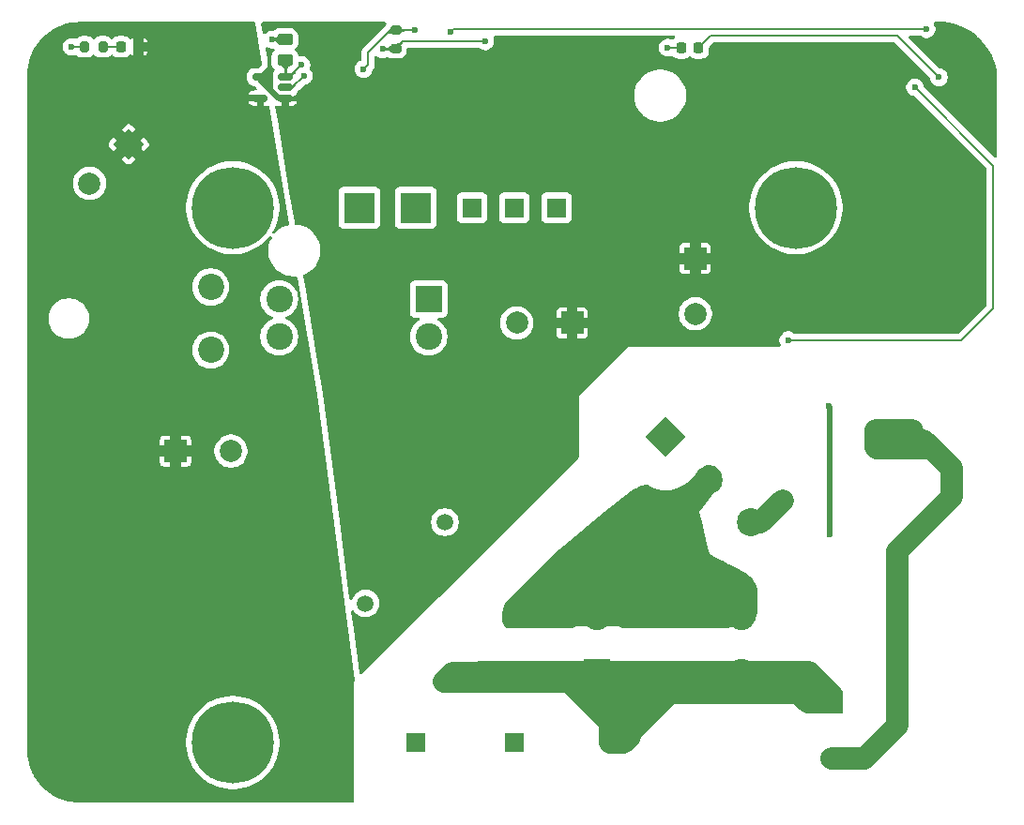
<source format=gbr>
%TF.GenerationSoftware,KiCad,Pcbnew,9.0.0*%
%TF.CreationDate,2025-05-02T12:02:38+02:00*%
%TF.ProjectId,TDK_DCDC_pcb,54444b5f-4443-4444-935f-7063622e6b69,rev?*%
%TF.SameCoordinates,Original*%
%TF.FileFunction,Copper,L2,Bot*%
%TF.FilePolarity,Positive*%
%FSLAX46Y46*%
G04 Gerber Fmt 4.6, Leading zero omitted, Abs format (unit mm)*
G04 Created by KiCad (PCBNEW 9.0.0) date 2025-05-02 12:02:38*
%MOMM*%
%LPD*%
G01*
G04 APERTURE LIST*
G04 Aperture macros list*
%AMRoundRect*
0 Rectangle with rounded corners*
0 $1 Rounding radius*
0 $2 $3 $4 $5 $6 $7 $8 $9 X,Y pos of 4 corners*
0 Add a 4 corners polygon primitive as box body*
4,1,4,$2,$3,$4,$5,$6,$7,$8,$9,$2,$3,0*
0 Add four circle primitives for the rounded corners*
1,1,$1+$1,$2,$3*
1,1,$1+$1,$4,$5*
1,1,$1+$1,$6,$7*
1,1,$1+$1,$8,$9*
0 Add four rect primitives between the rounded corners*
20,1,$1+$1,$2,$3,$4,$5,0*
20,1,$1+$1,$4,$5,$6,$7,0*
20,1,$1+$1,$6,$7,$8,$9,0*
20,1,$1+$1,$8,$9,$2,$3,0*%
%AMRotRect*
0 Rectangle, with rotation*
0 The origin of the aperture is its center*
0 $1 length*
0 $2 width*
0 $3 Rotation angle, in degrees counterclockwise*
0 Add horizontal line*
21,1,$1,$2,0,0,$3*%
G04 Aperture macros list end*
%TA.AperFunction,ComponentPad*%
%ADD10C,1.500000*%
%TD*%
%TA.AperFunction,ComponentPad*%
%ADD11R,2.400000X2.400000*%
%TD*%
%TA.AperFunction,ComponentPad*%
%ADD12C,2.400000*%
%TD*%
%TA.AperFunction,ComponentPad*%
%ADD13RotRect,2.000000X2.000000X225.000000*%
%TD*%
%TA.AperFunction,ComponentPad*%
%ADD14C,2.000000*%
%TD*%
%TA.AperFunction,ComponentPad*%
%ADD15RotRect,2.535000X2.535000X315.000000*%
%TD*%
%TA.AperFunction,ComponentPad*%
%ADD16C,2.535000*%
%TD*%
%TA.AperFunction,ComponentPad*%
%ADD17R,2.000000X2.000000*%
%TD*%
%TA.AperFunction,ComponentPad*%
%ADD18C,2.362200*%
%TD*%
%TA.AperFunction,SMDPad,CuDef*%
%ADD19RoundRect,0.200000X0.200000X0.275000X-0.200000X0.275000X-0.200000X-0.275000X0.200000X-0.275000X0*%
%TD*%
%TA.AperFunction,SMDPad,CuDef*%
%ADD20RoundRect,0.218750X-0.218750X-0.256250X0.218750X-0.256250X0.218750X0.256250X-0.218750X0.256250X0*%
%TD*%
%TA.AperFunction,SMDPad,CuDef*%
%ADD21RoundRect,0.250000X0.450000X-0.262500X0.450000X0.262500X-0.450000X0.262500X-0.450000X-0.262500X0*%
%TD*%
%TA.AperFunction,SMDPad,CuDef*%
%ADD22RoundRect,0.200000X-0.275000X0.200000X-0.275000X-0.200000X0.275000X-0.200000X0.275000X0.200000X0*%
%TD*%
%TA.AperFunction,ComponentPad*%
%ADD23C,7.400000*%
%TD*%
%TA.AperFunction,ComponentPad*%
%ADD24R,1.752600X1.752600*%
%TD*%
%TA.AperFunction,ComponentPad*%
%ADD25R,2.768600X2.768600*%
%TD*%
%TA.AperFunction,SMDPad,CuDef*%
%ADD26RoundRect,0.150000X0.512500X0.150000X-0.512500X0.150000X-0.512500X-0.150000X0.512500X-0.150000X0*%
%TD*%
%TA.AperFunction,SMDPad,CuDef*%
%ADD27RoundRect,0.250000X0.362500X1.425000X-0.362500X1.425000X-0.362500X-1.425000X0.362500X-1.425000X0*%
%TD*%
%TA.AperFunction,ViaPad*%
%ADD28C,0.600000*%
%TD*%
%TA.AperFunction,Conductor*%
%ADD29C,2.000000*%
%TD*%
%TA.AperFunction,Conductor*%
%ADD30C,0.200000*%
%TD*%
%TA.AperFunction,Conductor*%
%ADD31C,0.500000*%
%TD*%
G04 APERTURE END LIST*
D10*
%TO.P,C3,1*%
%TO.N,GND*%
X130766058Y-113762876D03*
%TO.P,C3,2*%
%TO.N,/+VIN*%
X137837126Y-120833944D03*
%TD*%
D11*
%TO.P,C1,1*%
%TO.N,/+VIN*%
X151679369Y-120000968D03*
D12*
%TO.P,C1,2*%
%TO.N,/-VIN*%
X151679369Y-115000968D03*
%TD*%
D13*
%TO.P,C10,1*%
%TO.N,/LV+*%
X109411454Y-72292233D03*
D14*
%TO.P,C10,2*%
%TO.N,GND*%
X105875920Y-75827767D03*
%TD*%
D12*
%TO.P,C6,1*%
%TO.N,/+VIN*%
X164679369Y-120000968D03*
%TO.P,C6,2*%
%TO.N,/-VIN*%
X164679369Y-115000968D03*
%TD*%
D10*
%TO.P,C2,1*%
%TO.N,/-VIN*%
X145000000Y-113500000D03*
%TO.P,C2,2*%
%TO.N,GND*%
X137928932Y-106428932D03*
%TD*%
D15*
%TO.P,Q1,1,G*%
%TO.N,/Enable_G*%
X157848278Y-98758400D03*
D16*
%TO.P,Q1,2,D*%
%TO.N,/-VIN*%
X161694939Y-102605061D03*
%TO.P,Q1,3,S*%
%TO.N,/HV-in*%
X165541600Y-106451722D03*
%TD*%
D17*
%TO.P,C9,1*%
%TO.N,/Vout+*%
X149410000Y-88430000D03*
D14*
%TO.P,C9,2*%
%TO.N,/Vout-*%
X144410000Y-88430000D03*
%TD*%
D17*
%TO.P,C11,1*%
%TO.N,/LV+*%
X113632323Y-100000000D03*
D14*
%TO.P,C11,2*%
%TO.N,GND*%
X118632323Y-100000000D03*
%TD*%
D17*
%TO.P,C8,1*%
%TO.N,/Vout+*%
X160520000Y-82612324D03*
D14*
%TO.P,C8,2*%
%TO.N,/Vout-*%
X160520000Y-87612324D03*
%TD*%
D17*
%TO.P,D1,1,K*%
%TO.N,/+VIN*%
X172805000Y-122710000D03*
D14*
%TO.P,D1,2,A*%
%TO.N,/HV-in*%
X172805000Y-127789999D03*
%TD*%
D12*
%TO.P,F2,1*%
%TO.N,/Vout-*%
X136460000Y-89675000D03*
D11*
X136460000Y-86275000D03*
D12*
%TO.P,F2,2*%
%TO.N,GND*%
X122990000Y-89675000D03*
X122990000Y-86275000D03*
%TD*%
D18*
%TO.P,LV_out1,1,Pin_1*%
%TO.N,/LV+*%
X111310001Y-90880002D03*
%TO.P,LV_out1,2,Pin_2*%
X111310001Y-85179999D03*
%TO.P,LV_out1,3,Pin_3*%
%TO.N,GND*%
X116810001Y-90880002D03*
%TO.P,LV_out1,4,Pin_4*%
X116810000Y-85179998D03*
%TD*%
D19*
%TO.P,R8,1*%
%TO.N,Net-(D5-K)*%
X107075000Y-63500000D03*
%TO.P,R8,2*%
%TO.N,GND*%
X105425000Y-63500000D03*
%TD*%
D20*
%TO.P,D2,1,K*%
%TO.N,GND*%
X159242499Y-63590000D03*
%TO.P,D2,2,A*%
%TO.N,Net-(D2-A)*%
X160817501Y-63590000D03*
%TD*%
D21*
%TO.P,R2,1*%
%TO.N,/I_meas_weak*%
X123500000Y-64662500D03*
%TO.P,R2,2*%
%TO.N,GND*%
X123500000Y-62837500D03*
%TD*%
D22*
%TO.P,R4,1*%
%TO.N,+3V3*%
X133500000Y-62000000D03*
%TO.P,R4,2*%
%TO.N,/TEMP_TSDCDC*%
X133500000Y-63650000D03*
%TD*%
D23*
%TO.P,U1,0,BasePlate*%
%TO.N,GND*%
X118790000Y-126330000D03*
X118790000Y-78029995D03*
%TO.N,N/C*%
X169590000Y-78029995D03*
D24*
%TO.P,U1,1,CNT*%
%TO.N,Net-(JP1-A)*%
X135300000Y-126330000D03*
%TO.P,U1,2,-VIN*%
%TO.N,/-VIN*%
X144190000Y-126330000D03*
%TO.P,U1,3,+VIN*%
%TO.N,/+VIN*%
X153080000Y-126330000D03*
D25*
%TO.P,U1,4,-Vout*%
%TO.N,/Vout-*%
X130220000Y-78030000D03*
%TO.P,U1,5,-Vout*%
X135300000Y-78030000D03*
D24*
%TO.P,U1,6,-S*%
X140380000Y-78030000D03*
%TO.P,U1,7,TRM*%
%TO.N,Net-(U1-TRM)*%
X144190000Y-78030000D03*
%TO.P,U1,8,+S*%
%TO.N,Net-(U1-+S)*%
X148000000Y-78030000D03*
D25*
%TO.P,U1,9,+Vout*%
%TO.N,/Vout+*%
X153080000Y-78030000D03*
%TO.P,U1,10,+Vout*%
X158160000Y-78030000D03*
%TD*%
D26*
%TO.P,U3,1*%
%TO.N,/I_meas_weak*%
X123537500Y-66234178D03*
%TO.P,U3,2,GND*%
%TO.N,GND*%
X123537500Y-67184177D03*
%TO.P,U3,3,+*%
%TO.N,/Vout+*%
X123537500Y-68134176D03*
%TO.P,U3,4,-*%
%TO.N,/LV+*%
X121262500Y-68134176D03*
%TO.P,U3,5,V+*%
%TO.N,/Vout+*%
X121262500Y-66234178D03*
%TD*%
D27*
%TO.P,Rshunt1,1*%
%TO.N,/Vout+*%
X125662500Y-70884177D03*
%TO.P,Rshunt1,2*%
%TO.N,/LV+*%
X119737500Y-70884177D03*
%TD*%
D20*
%TO.P,D5,1,K*%
%TO.N,Net-(D5-K)*%
X108724998Y-63500000D03*
%TO.P,D5,2,A*%
%TO.N,/LV+*%
X110300000Y-63500000D03*
%TD*%
D28*
%TO.N,GND*%
X158030000Y-63580000D03*
X180345000Y-67145000D03*
X122337500Y-62837500D03*
X125220000Y-66120000D03*
X168910000Y-89990000D03*
X104250000Y-63500000D03*
%TO.N,+3V3*%
X138460000Y-62150000D03*
X181370000Y-61903000D03*
X135250000Y-62000000D03*
X130600000Y-65506000D03*
%TO.N,/TEMP_TSDCDC*%
X141570000Y-63000000D03*
X132320000Y-63710000D03*
%TO.N,/HV-in*%
X178285859Y-98152087D03*
X179634070Y-98159070D03*
X180495000Y-99020000D03*
X168420000Y-104450000D03*
X176821325Y-98159070D03*
%TO.N,/I_meas_weak*%
X124990000Y-65140000D03*
%TO.N,Net-(D2-A)*%
X182500000Y-66250000D03*
%TO.N,/Enable_Opto*%
X172550000Y-95950000D03*
X172680000Y-107510000D03*
%TD*%
D29*
%TO.N,/-VIN*%
X164679369Y-115000968D02*
X164679369Y-114729369D01*
X164679369Y-115000968D02*
X164679369Y-114979369D01*
D30*
%TO.N,GND*%
X168920000Y-90000000D02*
X184500000Y-90000000D01*
X187416334Y-87083666D02*
X187416334Y-74216334D01*
X122337500Y-62837500D02*
X123500000Y-62837500D01*
X125220000Y-66120000D02*
X124155823Y-67184177D01*
X187416334Y-74216334D02*
X180345000Y-67145000D01*
X158030000Y-63580000D02*
X159232499Y-63580000D01*
X105425000Y-63500000D02*
X104250000Y-63500000D01*
X159232499Y-63580000D02*
X159242499Y-63590000D01*
X184500000Y-90000000D02*
X187416334Y-87083666D01*
X168910000Y-89990000D02*
X168920000Y-90000000D01*
X124155823Y-67184177D02*
X123537500Y-67184177D01*
D29*
%TO.N,/+VIN*%
X152872501Y-122920000D02*
X152872501Y-121395100D01*
X158280000Y-121820000D02*
X169780000Y-121820000D01*
X151679369Y-120000968D02*
X151678401Y-120000000D01*
X164679369Y-120000968D02*
X157400000Y-120000968D01*
X152872501Y-126345000D02*
X152872501Y-124546445D01*
X153801968Y-120201968D02*
X151679369Y-120201968D01*
X171445000Y-120655000D02*
X172805000Y-122015000D01*
X164679369Y-120000968D02*
X170790968Y-120000968D01*
X137837126Y-120833944D02*
X138470102Y-120200968D01*
X152311345Y-120833944D02*
X152872501Y-121395100D01*
X143500000Y-120000000D02*
X142666056Y-120833944D01*
X152872501Y-124546445D02*
X149160000Y-120833944D01*
X154600000Y-121000000D02*
X153801968Y-120201968D01*
X169780000Y-121820000D02*
X170280000Y-121820000D01*
X154055000Y-126345000D02*
X154600000Y-125800000D01*
X152872501Y-121395100D02*
X151679369Y-120201968D01*
X152880001Y-126330000D02*
X153770000Y-126330000D01*
X152880001Y-126330000D02*
X152880001Y-124520967D01*
X170670000Y-122710000D02*
X169780000Y-121820000D01*
X151678401Y-120000000D02*
X143500000Y-120000000D01*
X142666056Y-120833944D02*
X137837126Y-120833944D01*
X170790968Y-120000968D02*
X171445000Y-120655000D01*
X151679369Y-121726868D02*
X152872501Y-122920000D01*
X152880001Y-124520967D02*
X157400000Y-120000968D01*
X152872501Y-126345000D02*
X152872501Y-122920000D01*
X151679369Y-120000968D02*
X151679369Y-121726868D01*
X154600000Y-125800000D02*
X154600000Y-121000000D01*
X138470102Y-120200968D02*
X151679369Y-120200968D01*
X152872501Y-126345000D02*
X154055000Y-126345000D01*
X172805000Y-122710000D02*
X170670000Y-122710000D01*
X157400000Y-120000968D02*
X151679369Y-120000968D01*
X144800000Y-120000000D02*
X141023700Y-120000000D01*
X170280000Y-121820000D02*
X171445000Y-120655000D01*
X172805000Y-122015000D02*
X172805000Y-122710000D01*
X149160000Y-120833944D02*
X152311345Y-120833944D01*
X153770000Y-126330000D02*
X158280000Y-121820000D01*
X137837126Y-120833944D02*
X149160000Y-120833944D01*
X138571070Y-120100000D02*
X144700000Y-120100000D01*
X144700000Y-120100000D02*
X144800000Y-120000000D01*
D30*
%TO.N,+3V3*%
X131000000Y-64025000D02*
X133025000Y-62000000D01*
X138460000Y-62150000D02*
X138710000Y-61900000D01*
X138710000Y-61900000D02*
X180294000Y-61900000D01*
X133025000Y-62000000D02*
X133500000Y-62000000D01*
X131000000Y-65106000D02*
X131000000Y-64025000D01*
X135250000Y-62000000D02*
X133500000Y-62000000D01*
X130600000Y-65506000D02*
X131000000Y-65106000D01*
X180297000Y-61903000D02*
X181370000Y-61903000D01*
X180294000Y-61900000D02*
X180297000Y-61903000D01*
D31*
%TO.N,/LV+*%
X110300000Y-72632322D02*
X110367678Y-72700000D01*
D30*
%TO.N,/TEMP_TSDCDC*%
X141570000Y-63000000D02*
X134150000Y-63000000D01*
X132320000Y-63710000D02*
X132330000Y-63700000D01*
X133450000Y-63700000D02*
X133500000Y-63650000D01*
X132330000Y-63700000D02*
X133450000Y-63700000D01*
X134150000Y-63000000D02*
X133500000Y-63650000D01*
D29*
%TO.N,/HV-in*%
X179634070Y-98159070D02*
X176920000Y-98159070D01*
X181110000Y-99020000D02*
X180495000Y-99020000D01*
X179634070Y-98159070D02*
X180129070Y-98159070D01*
X178750000Y-124806000D02*
X178750000Y-109830000D01*
X176920000Y-99750000D02*
X179765000Y-99750000D01*
X181840000Y-99750000D02*
X179765000Y-99750000D01*
X178750000Y-109830000D02*
X178740000Y-109820000D01*
X178740000Y-109020000D02*
X183620000Y-104140000D01*
X172805000Y-127789999D02*
X175766001Y-127789999D01*
X183620000Y-104140000D02*
X183620000Y-101530000D01*
X175766001Y-127789999D02*
X178750000Y-124806000D01*
X178740000Y-109820000D02*
X178740000Y-109020000D01*
X176821325Y-98159070D02*
X176821325Y-99651325D01*
X183620000Y-101530000D02*
X181110000Y-99020000D01*
X166418278Y-106451722D02*
X168420000Y-104450000D01*
X179765000Y-99750000D02*
X180495000Y-99020000D01*
X165541600Y-106451722D02*
X166418278Y-106451722D01*
X176821325Y-99651325D02*
X176920000Y-99750000D01*
X183620000Y-101530000D02*
X181840000Y-99750000D01*
D30*
%TO.N,/I_meas_weak*%
X123587500Y-64384177D02*
X123587500Y-66184178D01*
X124990000Y-65140000D02*
X123895822Y-66234178D01*
X123587500Y-66184178D02*
X123537500Y-66234178D01*
X123895822Y-66234178D02*
X123537500Y-66234178D01*
%TO.N,Net-(D2-A)*%
X161650000Y-62757501D02*
X160817501Y-63590000D01*
X161900000Y-62500000D02*
X161650000Y-62750000D01*
X178750000Y-62500000D02*
X161900000Y-62500000D01*
X182500000Y-66250000D02*
X178750000Y-62500000D01*
X161650000Y-62750000D02*
X161650000Y-62757501D01*
%TO.N,Net-(D5-K)*%
X107075000Y-63500000D02*
X108724998Y-63500000D01*
D31*
%TO.N,/Vout+*%
X122174178Y-66960000D02*
X122174178Y-67394178D01*
X122914176Y-68134176D02*
X122175000Y-67395000D01*
X122175000Y-67395000D02*
X121262500Y-66482500D01*
X123537500Y-68134176D02*
X122914176Y-68134176D01*
X122174178Y-66234178D02*
X122174178Y-66960000D01*
X121262500Y-66234178D02*
X122174178Y-66234178D01*
X121262500Y-66482500D02*
X121262500Y-66234178D01*
D30*
X125662500Y-70884177D02*
X125662500Y-69867500D01*
D31*
X122174178Y-67394178D02*
X122175000Y-67395000D01*
X121262500Y-66234178D02*
X121448356Y-66234178D01*
X121262500Y-66234178D02*
X121360000Y-66234178D01*
D30*
X125662500Y-69867500D02*
X125670000Y-69860000D01*
D31*
X121360000Y-66234178D02*
X122174178Y-65420000D01*
X121448356Y-66234178D02*
X122174178Y-66960000D01*
X122174178Y-66234178D02*
X122174178Y-65420000D01*
%TO.N,/Enable_Opto*%
X172670000Y-107500000D02*
X172680000Y-107510000D01*
X172670000Y-96070000D02*
X172670000Y-107500000D01*
X172550000Y-95950000D02*
X172670000Y-96070000D01*
%TD*%
%TA.AperFunction,Conductor*%
%TO.N,/-VIN*%
G36*
X161810583Y-101276098D02*
G01*
X161998453Y-101302709D01*
X162020125Y-101307800D01*
X162200191Y-101367607D01*
X162220612Y-101376498D01*
X162387057Y-101467565D01*
X162405564Y-101479973D01*
X162553015Y-101599358D01*
X162569005Y-101614881D01*
X162692662Y-101758680D01*
X162705680Y-101776926D01*
X162800958Y-101939828D01*
X162810524Y-101960241D01*
X162874714Y-102137643D01*
X162880425Y-102159450D01*
X162911436Y-102345537D01*
X162913105Y-102368017D01*
X162909914Y-102556642D01*
X162907486Y-102579054D01*
X162870196Y-102763992D01*
X162863750Y-102785593D01*
X162793599Y-102960716D01*
X162783349Y-102980794D01*
X162679621Y-103145123D01*
X162673170Y-103154380D01*
X161477818Y-104713537D01*
X161188909Y-105090375D01*
X160900000Y-105467212D01*
X161118870Y-106391333D01*
X161592201Y-108389840D01*
X161799999Y-109267212D01*
X161800000Y-109267213D01*
X162595057Y-109692476D01*
X163155145Y-109992058D01*
X163167783Y-109999824D01*
X163219930Y-110036336D01*
X163246221Y-110054746D01*
X163537492Y-110222912D01*
X163568972Y-110241087D01*
X163568987Y-110241095D01*
X163906733Y-110398588D01*
X163906737Y-110398589D01*
X163906751Y-110398596D01*
X163924888Y-110405197D01*
X163940956Y-110412376D01*
X164241708Y-110573243D01*
X165052105Y-111006711D01*
X165059241Y-111010840D01*
X165275310Y-111145700D01*
X165288725Y-111155375D01*
X165481670Y-111315152D01*
X165493692Y-111326543D01*
X165663620Y-111510602D01*
X165674016Y-111523492D01*
X165817910Y-111728563D01*
X165826492Y-111742719D01*
X165941773Y-111965131D01*
X165948393Y-111980305D01*
X166033005Y-112216085D01*
X166037546Y-112232011D01*
X166089987Y-112476977D01*
X166092364Y-112493365D01*
X166112015Y-112747263D01*
X166112378Y-112755540D01*
X166128903Y-114341917D01*
X166128676Y-114350825D01*
X166111856Y-114624176D01*
X166109488Y-114641827D01*
X166054596Y-114905558D01*
X166049725Y-114922688D01*
X165957615Y-115175850D01*
X165950340Y-115192105D01*
X165822921Y-115429448D01*
X165813391Y-115444494D01*
X165653277Y-115661147D01*
X165641691Y-115674673D01*
X165494357Y-115823549D01*
X165433209Y-115857352D01*
X165382031Y-115857943D01*
X165322906Y-115846182D01*
X165296454Y-115840921D01*
X165296452Y-115840920D01*
X165296443Y-115840919D01*
X164985846Y-115810328D01*
X164885726Y-115800468D01*
X164473012Y-115800468D01*
X164379335Y-115809694D01*
X164062284Y-115840920D01*
X163657520Y-115921432D01*
X163657509Y-115921435D01*
X163529843Y-115960162D01*
X163414570Y-115995129D01*
X163378577Y-116000468D01*
X157599642Y-116000468D01*
X157599602Y-116000467D01*
X157596532Y-116000467D01*
X157203468Y-116000467D01*
X157200398Y-116000467D01*
X157200358Y-116000468D01*
X153980712Y-116000468D01*
X153934931Y-115991707D01*
X153932494Y-115990739D01*
X153863965Y-115963514D01*
X153824766Y-115947941D01*
X153824755Y-115947937D01*
X153487153Y-115857477D01*
X153371875Y-115840591D01*
X153141323Y-115806820D01*
X152995836Y-115800468D01*
X152995835Y-115800468D01*
X150362903Y-115800468D01*
X150229098Y-115806309D01*
X150217415Y-115806820D01*
X150103209Y-115823549D01*
X149871584Y-115857477D01*
X149533982Y-115947937D01*
X149533971Y-115947941D01*
X149426243Y-115990739D01*
X149380462Y-115999500D01*
X143699641Y-115999500D01*
X143696541Y-115999499D01*
X143696532Y-115999499D01*
X143507083Y-115999499D01*
X143440044Y-115979814D01*
X143440041Y-115979811D01*
X143419738Y-115963514D01*
X143416361Y-115960162D01*
X143402878Y-115946782D01*
X143388984Y-115930364D01*
X143280342Y-115776724D01*
X143269493Y-115758150D01*
X143227008Y-115668326D01*
X143189040Y-115588054D01*
X143181566Y-115567887D01*
X143131720Y-115386445D01*
X143127842Y-115365287D01*
X143109592Y-115172568D01*
X143109044Y-115161817D01*
X143106452Y-114819451D01*
X143106666Y-114811166D01*
X143121757Y-114556880D01*
X143123840Y-114540447D01*
X143160891Y-114350825D01*
X143171895Y-114294504D01*
X143176147Y-114278510D01*
X143256557Y-114041167D01*
X143262900Y-114025888D01*
X143374237Y-113801362D01*
X143382557Y-113787073D01*
X143522822Y-113579402D01*
X143532969Y-113566350D01*
X143702437Y-113376115D01*
X143708130Y-113370138D01*
X144875596Y-112223901D01*
X148246964Y-108913830D01*
X148531951Y-108634024D01*
X148533951Y-108632106D01*
X148599356Y-108570837D01*
X148603685Y-108566970D01*
X148671900Y-108508835D01*
X148674012Y-108507078D01*
X152360277Y-105511988D01*
X154704039Y-103607679D01*
X154710140Y-103603029D01*
X154903038Y-103465282D01*
X154916092Y-103457136D01*
X155121191Y-103346216D01*
X155135135Y-103339760D01*
X155356026Y-103253732D01*
X155363261Y-103251171D01*
X156063530Y-103027473D01*
X156133375Y-103025826D01*
X156175307Y-103046132D01*
X156196679Y-103062043D01*
X156196678Y-103062043D01*
X156356611Y-103154380D01*
X156499374Y-103236804D01*
X156820307Y-103375242D01*
X157155142Y-103475485D01*
X157155144Y-103475485D01*
X157155150Y-103475487D01*
X157499339Y-103536176D01*
X157499340Y-103536176D01*
X157499351Y-103536178D01*
X157793667Y-103553320D01*
X157848275Y-103556501D01*
X157848278Y-103556501D01*
X157848281Y-103556501D01*
X157900180Y-103553477D01*
X158197205Y-103536178D01*
X158241132Y-103528432D01*
X158541405Y-103475487D01*
X158541408Y-103475485D01*
X158541414Y-103475485D01*
X158876249Y-103375242D01*
X159197182Y-103236804D01*
X159499874Y-103062045D01*
X159780231Y-102853327D01*
X159887597Y-102754944D01*
X161260836Y-101381703D01*
X161272487Y-101374603D01*
X161279030Y-101366683D01*
X161310771Y-101351272D01*
X161375273Y-101330667D01*
X161385992Y-101327768D01*
X161576673Y-101285284D01*
X161598743Y-101282415D01*
X161788349Y-101274969D01*
X161810583Y-101276098D01*
G37*
%TD.AperFunction*%
%TD*%
%TA.AperFunction,Conductor*%
%TO.N,/Vout+*%
G36*
X122048908Y-65898823D02*
G01*
X121990456Y-65934375D01*
X121951388Y-65955549D01*
X121894153Y-65997469D01*
X121881483Y-66030113D01*
X121892749Y-66050684D01*
X121922493Y-66071574D01*
X121576362Y-66157130D01*
X121576361Y-66157130D01*
X121272028Y-66232354D01*
X121263175Y-66231013D01*
X121258215Y-66224966D01*
X121158396Y-65948228D01*
X121158813Y-65939283D01*
X121165432Y-65933252D01*
X121168176Y-65932623D01*
X121226829Y-65926484D01*
X121295561Y-65905093D01*
X121359702Y-65872545D01*
X121419429Y-65831378D01*
X121514237Y-65744453D01*
X121526358Y-65733340D01*
X121617772Y-65631288D01*
X121695355Y-65545270D01*
X122048908Y-65898823D01*
G37*
%TD.AperFunction*%
%TD*%
%TA.AperFunction,Conductor*%
%TO.N,/Vout+*%
G36*
X121271778Y-66239565D02*
G01*
X121754449Y-66534178D01*
X121638654Y-66542339D01*
X121674554Y-66559076D01*
X121703086Y-66569533D01*
X121646903Y-66625715D01*
X121646902Y-66625715D01*
X121646902Y-66625714D01*
X121359510Y-66913108D01*
X121351237Y-66916535D01*
X121342964Y-66913108D01*
X121341575Y-66911433D01*
X121303212Y-66855255D01*
X121302354Y-66853777D01*
X121256505Y-66759562D01*
X121256501Y-66759553D01*
X121181520Y-66614133D01*
X121147478Y-66574595D01*
X121128437Y-66552479D01*
X121128436Y-66552478D01*
X121128434Y-66552477D01*
X121101234Y-66542339D01*
X121092591Y-66539117D01*
X121086036Y-66533018D01*
X121085715Y-66524069D01*
X121086671Y-66522092D01*
X121255708Y-66243498D01*
X121262929Y-66238204D01*
X121271778Y-66239565D01*
G37*
%TD.AperFunction*%
%TD*%
%TA.AperFunction,Conductor*%
%TO.N,+3V3*%
G36*
X133855736Y-61627959D02*
G01*
X133858275Y-61631311D01*
X133880122Y-61674564D01*
X133880125Y-61674569D01*
X133901948Y-61701732D01*
X133916704Y-61720098D01*
X133975594Y-61770357D01*
X134044508Y-61812280D01*
X134044510Y-61812281D01*
X134044512Y-61812282D01*
X134135524Y-61852076D01*
X134135526Y-61852076D01*
X134135532Y-61852079D01*
X134227529Y-61879852D01*
X134364886Y-61898618D01*
X134372617Y-61903132D01*
X134375000Y-61910209D01*
X134375000Y-62089396D01*
X134371573Y-62097669D01*
X134364448Y-62101040D01*
X134333208Y-62104119D01*
X134277933Y-62109569D01*
X134277930Y-62109569D01*
X134277927Y-62109570D01*
X134113857Y-62156154D01*
X133983545Y-62224087D01*
X133983540Y-62224091D01*
X133897675Y-62301396D01*
X133897671Y-62301401D01*
X133859412Y-62370543D01*
X133852408Y-62376122D01*
X133843510Y-62375115D01*
X133840548Y-62372782D01*
X133704315Y-62224091D01*
X133506240Y-62007902D01*
X133503179Y-61999489D01*
X133506240Y-61992097D01*
X133839207Y-61628680D01*
X133847321Y-61624897D01*
X133855736Y-61627959D01*
G37*
%TD.AperFunction*%
%TD*%
%TA.AperFunction,Conductor*%
%TO.N,/Vout+*%
G36*
X121568072Y-66286419D02*
G01*
X121596560Y-66291344D01*
X121925000Y-66348123D01*
X121909098Y-66372247D01*
X121906597Y-66395489D01*
X121933174Y-66439312D01*
X121987492Y-66479558D01*
X122052310Y-66516191D01*
X122137264Y-66569533D01*
X121783711Y-66923086D01*
X121726308Y-66863260D01*
X121675109Y-66813080D01*
X121675109Y-66813079D01*
X121562162Y-66702382D01*
X121562158Y-66702379D01*
X121514799Y-66668823D01*
X121428399Y-66607604D01*
X121428396Y-66607602D01*
X121428395Y-66607602D01*
X121428390Y-66607599D01*
X121297683Y-66552573D01*
X121178302Y-66536087D01*
X121170576Y-66531561D01*
X121168313Y-66522896D01*
X121168768Y-66520906D01*
X121258668Y-66243123D01*
X121264476Y-66236309D01*
X121271790Y-66235199D01*
X121568072Y-66286419D01*
G37*
%TD.AperFunction*%
%TD*%
%TA.AperFunction,Conductor*%
%TO.N,+3V3*%
G36*
X133048372Y-61752959D02*
G01*
X133290878Y-61885023D01*
X133489303Y-61993083D01*
X133494929Y-62000049D01*
X133493982Y-62008954D01*
X133493346Y-62009990D01*
X133234987Y-62385484D01*
X133227474Y-62390357D01*
X133218716Y-62388491D01*
X133215496Y-62385163D01*
X133213920Y-62382703D01*
X133193852Y-62351374D01*
X133158287Y-62316799D01*
X133158286Y-62316798D01*
X133158280Y-62316794D01*
X133118708Y-62293218D01*
X133118701Y-62293215D01*
X133066952Y-62277535D01*
X133066957Y-62277535D01*
X133044709Y-62276095D01*
X133013570Y-62274079D01*
X133013567Y-62274079D01*
X133013563Y-62274079D01*
X133013562Y-62274079D01*
X132949900Y-62283104D01*
X132949886Y-62283108D01*
X132891607Y-62302849D01*
X132891606Y-62302850D01*
X132820801Y-62348443D01*
X132811990Y-62350041D01*
X132806194Y-62346879D01*
X132679773Y-62220458D01*
X132676346Y-62212185D01*
X132679772Y-62203914D01*
X132711276Y-62172816D01*
X132790357Y-62094292D01*
X132940263Y-61928643D01*
X133014476Y-61816740D01*
X133031578Y-61759865D01*
X133037240Y-61752931D01*
X133046150Y-61752032D01*
X133048372Y-61752959D01*
G37*
%TD.AperFunction*%
%TD*%
%TA.AperFunction,Conductor*%
%TO.N,/I_meas_weak*%
G36*
X123684334Y-65637605D02*
G01*
X123687758Y-65645614D01*
X123687840Y-65649273D01*
X123687841Y-65649283D01*
X123707969Y-65771394D01*
X123707972Y-65771404D01*
X123748072Y-65863533D01*
X123748074Y-65863535D01*
X123799364Y-65916054D01*
X123799365Y-65916054D01*
X123799366Y-65916055D01*
X123843460Y-65928500D01*
X123850490Y-65934044D01*
X123851541Y-65942937D01*
X123848217Y-65948356D01*
X123546126Y-66227215D01*
X123537722Y-66230309D01*
X123529593Y-66226554D01*
X123529566Y-66226525D01*
X123469849Y-66161398D01*
X123276056Y-65950048D01*
X123272992Y-65941635D01*
X123276774Y-65933518D01*
X123282736Y-65930605D01*
X123320673Y-65924221D01*
X123364503Y-65901279D01*
X123401065Y-65868137D01*
X123439558Y-65812312D01*
X123466226Y-65750480D01*
X123485745Y-65643773D01*
X123490604Y-65636251D01*
X123497254Y-65634178D01*
X123676061Y-65634178D01*
X123684334Y-65637605D01*
G37*
%TD.AperFunction*%
%TD*%
%TA.AperFunction,Conductor*%
%TO.N,GND*%
G36*
X122963144Y-62352562D02*
G01*
X122965752Y-62354342D01*
X123491378Y-62828815D01*
X123495223Y-62836902D01*
X123492223Y-62845340D01*
X123491378Y-62846185D01*
X122966109Y-63320335D01*
X122957671Y-63323335D01*
X122949584Y-63319490D01*
X122947656Y-63316573D01*
X122929303Y-63276976D01*
X122915035Y-63246191D01*
X122907328Y-63235901D01*
X122868799Y-63184459D01*
X122812296Y-63128984D01*
X122812293Y-63128981D01*
X122735944Y-63071994D01*
X122735934Y-63071988D01*
X122652890Y-63024461D01*
X122647986Y-63022322D01*
X122562357Y-62984976D01*
X122562349Y-62984973D01*
X122562348Y-62984973D01*
X122473766Y-62957047D01*
X122473764Y-62957046D01*
X122473759Y-62957045D01*
X122347539Y-62938940D01*
X122339836Y-62934374D01*
X122337500Y-62927359D01*
X122337500Y-62748944D01*
X122340927Y-62740671D01*
X122347916Y-62737315D01*
X122423021Y-62729051D01*
X122508316Y-62708304D01*
X122675667Y-62638702D01*
X122810213Y-62547799D01*
X122902309Y-62448088D01*
X122947448Y-62357793D01*
X122954211Y-62351928D01*
X122963144Y-62352562D01*
G37*
%TD.AperFunction*%
%TD*%
%TA.AperFunction,Conductor*%
%TO.N,/TEMP_TSDCDC*%
G36*
X133149774Y-63279766D02*
G01*
X133153275Y-63282305D01*
X133493516Y-63642087D01*
X133496710Y-63650452D01*
X133493642Y-63658030D01*
X133158950Y-64023329D01*
X133150834Y-64027114D01*
X133142419Y-64024052D01*
X133140350Y-64021542D01*
X133109535Y-63971278D01*
X133058583Y-63925865D01*
X133058579Y-63925863D01*
X133058576Y-63925860D01*
X132995592Y-63887973D01*
X132995589Y-63887971D01*
X132899313Y-63848371D01*
X132899314Y-63848371D01*
X132798813Y-63821015D01*
X132798809Y-63821014D01*
X132635296Y-63801244D01*
X132627494Y-63796849D01*
X132625000Y-63789629D01*
X132625000Y-63610256D01*
X132628427Y-63601983D01*
X132635167Y-63598657D01*
X132736336Y-63585296D01*
X132889947Y-63530418D01*
X133013604Y-63452810D01*
X133096682Y-63364708D01*
X133134197Y-63285342D01*
X133140830Y-63279329D01*
X133149774Y-63279766D01*
G37*
%TD.AperFunction*%
%TD*%
%TA.AperFunction,Conductor*%
%TO.N,/Vout+*%
G36*
X132591312Y-61261012D02*
G01*
X132637084Y-61313801D01*
X132647051Y-61382956D01*
X132630424Y-61429499D01*
X132581522Y-61510392D01*
X132581520Y-61510396D01*
X132560590Y-61577566D01*
X132545554Y-61609196D01*
X132545133Y-61609831D01*
X132533725Y-61624515D01*
X132426821Y-61742645D01*
X132422252Y-61747431D01*
X132355725Y-61813491D01*
X132355464Y-61813749D01*
X132324646Y-61844169D01*
X132286171Y-61886724D01*
X132283652Y-61890141D01*
X132271530Y-61904233D01*
X130631286Y-63544478D01*
X130519481Y-63656282D01*
X130519477Y-63656287D01*
X130480051Y-63724577D01*
X130471455Y-63739466D01*
X130440423Y-63793215D01*
X130399499Y-63945943D01*
X130399499Y-63945945D01*
X130399499Y-64114046D01*
X130399500Y-64114059D01*
X130399500Y-64639740D01*
X130379815Y-64706779D01*
X130327011Y-64752534D01*
X130322953Y-64754301D01*
X130220824Y-64796604D01*
X130220814Y-64796609D01*
X130089711Y-64884210D01*
X130089707Y-64884213D01*
X129978213Y-64995707D01*
X129978210Y-64995711D01*
X129890609Y-65126814D01*
X129890602Y-65126827D01*
X129830264Y-65272498D01*
X129830261Y-65272510D01*
X129799500Y-65427153D01*
X129799500Y-65584846D01*
X129830261Y-65739489D01*
X129830264Y-65739501D01*
X129890602Y-65885172D01*
X129890609Y-65885185D01*
X129978210Y-66016288D01*
X129978213Y-66016292D01*
X130089707Y-66127786D01*
X130089711Y-66127789D01*
X130220814Y-66215390D01*
X130220827Y-66215397D01*
X130366498Y-66275735D01*
X130366503Y-66275737D01*
X130482121Y-66298735D01*
X130521153Y-66306499D01*
X130521156Y-66306500D01*
X130521158Y-66306500D01*
X130678844Y-66306500D01*
X130678845Y-66306499D01*
X130833497Y-66275737D01*
X130979179Y-66215394D01*
X131110289Y-66127789D01*
X131221789Y-66016289D01*
X131309394Y-65885179D01*
X131369737Y-65739497D01*
X131400500Y-65584842D01*
X131400500Y-65584840D01*
X131400637Y-65584152D01*
X131433021Y-65522241D01*
X131434516Y-65520719D01*
X131480520Y-65474716D01*
X131559577Y-65337784D01*
X131589534Y-65225981D01*
X131600500Y-65185058D01*
X131600500Y-65026943D01*
X131600500Y-64421940D01*
X131620185Y-64354901D01*
X131672989Y-64309146D01*
X131742147Y-64299202D01*
X131805703Y-64328227D01*
X131808169Y-64330523D01*
X131809711Y-64331789D01*
X131940814Y-64419390D01*
X131940827Y-64419397D01*
X132086498Y-64479735D01*
X132086503Y-64479737D01*
X132201161Y-64502544D01*
X132241153Y-64510499D01*
X132241156Y-64510500D01*
X132241158Y-64510500D01*
X132398844Y-64510500D01*
X132398845Y-64510499D01*
X132553497Y-64479737D01*
X132609120Y-64456697D01*
X132704808Y-64417063D01*
X132705487Y-64418702D01*
X132765669Y-64406165D01*
X132819881Y-64423647D01*
X132935394Y-64493478D01*
X133097804Y-64544086D01*
X133168384Y-64550500D01*
X133168387Y-64550500D01*
X133831613Y-64550500D01*
X133831616Y-64550500D01*
X133902196Y-64544086D01*
X134064606Y-64493478D01*
X134210185Y-64405472D01*
X134330472Y-64285185D01*
X134418478Y-64139606D01*
X134469086Y-63977196D01*
X134475500Y-63906616D01*
X134475500Y-63724500D01*
X134495185Y-63657461D01*
X134547989Y-63611706D01*
X134599500Y-63600500D01*
X140990234Y-63600500D01*
X141057273Y-63620185D01*
X141059125Y-63621398D01*
X141190814Y-63709390D01*
X141190827Y-63709397D01*
X141288853Y-63750000D01*
X141336503Y-63769737D01*
X141463508Y-63795000D01*
X141491153Y-63800499D01*
X141491156Y-63800500D01*
X141491158Y-63800500D01*
X141648844Y-63800500D01*
X141648845Y-63800499D01*
X141803497Y-63769737D01*
X141937663Y-63714164D01*
X141949172Y-63709397D01*
X141949172Y-63709396D01*
X141949179Y-63709394D01*
X142080289Y-63621789D01*
X142191789Y-63510289D01*
X142279394Y-63379179D01*
X142339737Y-63233497D01*
X142370500Y-63078842D01*
X142370500Y-62921158D01*
X142370500Y-62921155D01*
X142370499Y-62921153D01*
X142339737Y-62766503D01*
X142300572Y-62671951D01*
X142293104Y-62602483D01*
X142324379Y-62540004D01*
X142384468Y-62504352D01*
X142415134Y-62500500D01*
X158567358Y-62500500D01*
X158634397Y-62520185D01*
X158680152Y-62572989D01*
X158690096Y-62642147D01*
X158661071Y-62705703D01*
X158632457Y-62730036D01*
X158596773Y-62752046D01*
X158574609Y-62765718D01*
X158510575Y-62829752D01*
X158449251Y-62863236D01*
X158379560Y-62858251D01*
X158375442Y-62856631D01*
X158263501Y-62810264D01*
X158263489Y-62810261D01*
X158108845Y-62779500D01*
X158108842Y-62779500D01*
X157951158Y-62779500D01*
X157951155Y-62779500D01*
X157796510Y-62810261D01*
X157796498Y-62810264D01*
X157650827Y-62870602D01*
X157650814Y-62870609D01*
X157519711Y-62958210D01*
X157519707Y-62958213D01*
X157408213Y-63069707D01*
X157408210Y-63069711D01*
X157320609Y-63200814D01*
X157320602Y-63200827D01*
X157260264Y-63346498D01*
X157260261Y-63346510D01*
X157229500Y-63501153D01*
X157229500Y-63658846D01*
X157260261Y-63813489D01*
X157260264Y-63813501D01*
X157320602Y-63959172D01*
X157320609Y-63959185D01*
X157408210Y-64090288D01*
X157408213Y-64090292D01*
X157519707Y-64201786D01*
X157519711Y-64201789D01*
X157650814Y-64289390D01*
X157650827Y-64289397D01*
X157796498Y-64349735D01*
X157796503Y-64349737D01*
X157951153Y-64380499D01*
X157951156Y-64380500D01*
X157951158Y-64380500D01*
X158108844Y-64380500D01*
X158108845Y-64380499D01*
X158263497Y-64349737D01*
X158361300Y-64309225D01*
X158430767Y-64301757D01*
X158493247Y-64333032D01*
X158496432Y-64336105D01*
X158574608Y-64414281D01*
X158574610Y-64414282D01*
X158574611Y-64414283D01*
X158717703Y-64502544D01*
X158717706Y-64502545D01*
X158717712Y-64502549D01*
X158877314Y-64555436D01*
X158975825Y-64565500D01*
X158975830Y-64565500D01*
X159509168Y-64565500D01*
X159509173Y-64565500D01*
X159607684Y-64555436D01*
X159767286Y-64502549D01*
X159910390Y-64414281D01*
X159942319Y-64382352D01*
X160003642Y-64348867D01*
X160073334Y-64353851D01*
X160117681Y-64382352D01*
X160149609Y-64414280D01*
X160149613Y-64414283D01*
X160292705Y-64502544D01*
X160292708Y-64502545D01*
X160292714Y-64502549D01*
X160452316Y-64555436D01*
X160550827Y-64565500D01*
X160550832Y-64565500D01*
X161084170Y-64565500D01*
X161084175Y-64565500D01*
X161182686Y-64555436D01*
X161342288Y-64502549D01*
X161485392Y-64414281D01*
X161604282Y-64295391D01*
X161692550Y-64152287D01*
X161745437Y-63992685D01*
X161755501Y-63894174D01*
X161755501Y-63552596D01*
X161775186Y-63485557D01*
X161791816Y-63464919D01*
X162018713Y-63238022D01*
X162018716Y-63238021D01*
X162119919Y-63136818D01*
X162181243Y-63103333D01*
X162181247Y-63103333D01*
X162207599Y-63100500D01*
X178449903Y-63100500D01*
X178516942Y-63120185D01*
X178537584Y-63136819D01*
X181665425Y-66264660D01*
X181698910Y-66325983D01*
X181699361Y-66328149D01*
X181730261Y-66483491D01*
X181730264Y-66483501D01*
X181790602Y-66629172D01*
X181790609Y-66629185D01*
X181878210Y-66760288D01*
X181878213Y-66760292D01*
X181989707Y-66871786D01*
X181989711Y-66871789D01*
X182120814Y-66959390D01*
X182120827Y-66959397D01*
X182266498Y-67019735D01*
X182266503Y-67019737D01*
X182376199Y-67041557D01*
X182421153Y-67050499D01*
X182421156Y-67050500D01*
X182421158Y-67050500D01*
X182578844Y-67050500D01*
X182578845Y-67050499D01*
X182733497Y-67019737D01*
X182879179Y-66959394D01*
X183010289Y-66871789D01*
X183121789Y-66760289D01*
X183209394Y-66629179D01*
X183269737Y-66483497D01*
X183300500Y-66328842D01*
X183300500Y-66171158D01*
X183300500Y-66171155D01*
X183300499Y-66171153D01*
X183297686Y-66157012D01*
X183269737Y-66016503D01*
X183241694Y-65948800D01*
X183209397Y-65870827D01*
X183209390Y-65870814D01*
X183121789Y-65739711D01*
X183121786Y-65739707D01*
X183010292Y-65628213D01*
X183010288Y-65628210D01*
X182879185Y-65540609D01*
X182879172Y-65540602D01*
X182733501Y-65480264D01*
X182733491Y-65480261D01*
X182578149Y-65449361D01*
X182516238Y-65416976D01*
X182514660Y-65415425D01*
X179811416Y-62712181D01*
X179777931Y-62650858D01*
X179782915Y-62581166D01*
X179824787Y-62525233D01*
X179890251Y-62500816D01*
X179899097Y-62500500D01*
X180190419Y-62500500D01*
X180192344Y-62500515D01*
X180207687Y-62500753D01*
X180217943Y-62503501D01*
X180376058Y-62503501D01*
X180376062Y-62503500D01*
X180790234Y-62503500D01*
X180857273Y-62523185D01*
X180859125Y-62524398D01*
X180990814Y-62612390D01*
X180990827Y-62612397D01*
X181095007Y-62655549D01*
X181136503Y-62672737D01*
X181264066Y-62698111D01*
X181291153Y-62703499D01*
X181291156Y-62703500D01*
X181291158Y-62703500D01*
X181448844Y-62703500D01*
X181448845Y-62703499D01*
X181603497Y-62672737D01*
X181749179Y-62612394D01*
X181880289Y-62524789D01*
X181991789Y-62413289D01*
X182079394Y-62282179D01*
X182139737Y-62136497D01*
X182170500Y-61981842D01*
X182170500Y-61824158D01*
X182170500Y-61824155D01*
X182170499Y-61824153D01*
X182139737Y-61669503D01*
X182119575Y-61620827D01*
X182079397Y-61523827D01*
X182079390Y-61523814D01*
X182025572Y-61443270D01*
X182004694Y-61376592D01*
X182023178Y-61309212D01*
X182075157Y-61262522D01*
X182128687Y-61250379D01*
X182975750Y-61250496D01*
X182992685Y-61251662D01*
X183397085Y-61307545D01*
X183406967Y-61309321D01*
X183817257Y-61400349D01*
X183826945Y-61402914D01*
X184228557Y-61526855D01*
X184238000Y-61530194D01*
X184628247Y-61686222D01*
X184637386Y-61690312D01*
X184885162Y-61813491D01*
X185013735Y-61877410D01*
X185022539Y-61882241D01*
X185382492Y-62099167D01*
X185390877Y-62104695D01*
X185423431Y-62128102D01*
X185732110Y-62350048D01*
X185740003Y-62356224D01*
X185956262Y-62540004D01*
X186060256Y-62628380D01*
X186067639Y-62635188D01*
X186364811Y-62932360D01*
X186371619Y-62939743D01*
X186387315Y-62958213D01*
X186633778Y-63248232D01*
X186643769Y-63259988D01*
X186649953Y-63267892D01*
X186729966Y-63379172D01*
X186895304Y-63609122D01*
X186900832Y-63617507D01*
X187117758Y-63977460D01*
X187122589Y-63986264D01*
X187271195Y-64285185D01*
X187303413Y-64349992D01*
X187309681Y-64362599D01*
X187313783Y-64371765D01*
X187469800Y-64761987D01*
X187473148Y-64771455D01*
X187597082Y-65173044D01*
X187599652Y-65182752D01*
X187690677Y-65593031D01*
X187692454Y-65602915D01*
X187738521Y-65936281D01*
X187745649Y-65987866D01*
X187748333Y-66007285D01*
X187749500Y-66024259D01*
X187749500Y-73400903D01*
X187729815Y-73467942D01*
X187677011Y-73513697D01*
X187607853Y-73523641D01*
X187544297Y-73494616D01*
X187537819Y-73488584D01*
X181179574Y-67130339D01*
X181146089Y-67069016D01*
X181145638Y-67066849D01*
X181126071Y-66968483D01*
X181114737Y-66911503D01*
X181105721Y-66889737D01*
X181054397Y-66765827D01*
X181054390Y-66765814D01*
X180966789Y-66634711D01*
X180966786Y-66634707D01*
X180855292Y-66523213D01*
X180855288Y-66523210D01*
X180724185Y-66435609D01*
X180724172Y-66435602D01*
X180578501Y-66375264D01*
X180578489Y-66375261D01*
X180423845Y-66344500D01*
X180423842Y-66344500D01*
X180266158Y-66344500D01*
X180266155Y-66344500D01*
X180111510Y-66375261D01*
X180111498Y-66375264D01*
X179965827Y-66435602D01*
X179965814Y-66435609D01*
X179834711Y-66523210D01*
X179834707Y-66523213D01*
X179723213Y-66634707D01*
X179723210Y-66634711D01*
X179635609Y-66765814D01*
X179635602Y-66765827D01*
X179575264Y-66911498D01*
X179575261Y-66911510D01*
X179544500Y-67066153D01*
X179544500Y-67223846D01*
X179575261Y-67378489D01*
X179575264Y-67378501D01*
X179635602Y-67524172D01*
X179635609Y-67524185D01*
X179723210Y-67655288D01*
X179723213Y-67655292D01*
X179834707Y-67766786D01*
X179834711Y-67766789D01*
X179965814Y-67854390D01*
X179965827Y-67854397D01*
X180031519Y-67881607D01*
X180111503Y-67914737D01*
X180176147Y-67927595D01*
X180266849Y-67945638D01*
X180328760Y-67978023D01*
X180330339Y-67979574D01*
X186779515Y-74428750D01*
X186813000Y-74490073D01*
X186815834Y-74516431D01*
X186815834Y-86783569D01*
X186796149Y-86850608D01*
X186779515Y-86871250D01*
X184287584Y-89363181D01*
X184226261Y-89396666D01*
X184199903Y-89399500D01*
X169502783Y-89399500D01*
X169435744Y-89379815D01*
X169424118Y-89371353D01*
X169420289Y-89368210D01*
X169289185Y-89280609D01*
X169289172Y-89280602D01*
X169143501Y-89220264D01*
X169143489Y-89220261D01*
X168988845Y-89189500D01*
X168988842Y-89189500D01*
X168831158Y-89189500D01*
X168831155Y-89189500D01*
X168676510Y-89220261D01*
X168676498Y-89220264D01*
X168530827Y-89280602D01*
X168530814Y-89280609D01*
X168399711Y-89368210D01*
X168399707Y-89368213D01*
X168288213Y-89479707D01*
X168288210Y-89479711D01*
X168200609Y-89610814D01*
X168200602Y-89610827D01*
X168140264Y-89756498D01*
X168140261Y-89756510D01*
X168109500Y-89911153D01*
X168109500Y-90068846D01*
X168140261Y-90223489D01*
X168140264Y-90223501D01*
X168200603Y-90369174D01*
X168202910Y-90373490D01*
X168217149Y-90441894D01*
X168192146Y-90507137D01*
X168135839Y-90548505D01*
X168093586Y-90555939D01*
X154490000Y-90559999D01*
X150000000Y-94999999D01*
X150000000Y-100548608D01*
X149980315Y-100615647D01*
X149963647Y-100636324D01*
X137383815Y-113206301D01*
X137383676Y-113206440D01*
X130425883Y-120136745D01*
X130364493Y-120170108D01*
X130294812Y-120164986D01*
X130238961Y-120123004D01*
X130215430Y-120065030D01*
X129696982Y-116115677D01*
X129488618Y-114528429D01*
X129499409Y-114459398D01*
X129545809Y-114407160D01*
X129613085Y-114388299D01*
X129679878Y-114408805D01*
X129711880Y-114439403D01*
X129812230Y-114577522D01*
X129951412Y-114716704D01*
X130110653Y-114832400D01*
X130193513Y-114874619D01*
X130286028Y-114921758D01*
X130286030Y-114921758D01*
X130286033Y-114921760D01*
X130386375Y-114954363D01*
X130473231Y-114982585D01*
X130667636Y-115013376D01*
X130667641Y-115013376D01*
X130864480Y-115013376D01*
X131058884Y-114982585D01*
X131246083Y-114921760D01*
X131421463Y-114832400D01*
X131580704Y-114716704D01*
X131719886Y-114577522D01*
X131835582Y-114418281D01*
X131924942Y-114242901D01*
X131985767Y-114055702D01*
X132016558Y-113861298D01*
X132016558Y-113664453D01*
X131985767Y-113470049D01*
X131924940Y-113282846D01*
X131835581Y-113107470D01*
X131719886Y-112948230D01*
X131580704Y-112809048D01*
X131421463Y-112693352D01*
X131246087Y-112603993D01*
X131058884Y-112543166D01*
X130864480Y-112512376D01*
X130864475Y-112512376D01*
X130667641Y-112512376D01*
X130667636Y-112512376D01*
X130473231Y-112543166D01*
X130286028Y-112603993D01*
X130110652Y-112693352D01*
X130019799Y-112759361D01*
X129951412Y-112809048D01*
X129951410Y-112809050D01*
X129951409Y-112809050D01*
X129812232Y-112948227D01*
X129812232Y-112948228D01*
X129812230Y-112948230D01*
X129762543Y-113016617D01*
X129696534Y-113107470D01*
X129607176Y-113282845D01*
X129575761Y-113379529D01*
X129536322Y-113437204D01*
X129471963Y-113464401D01*
X129403117Y-113452486D01*
X129351642Y-113405241D01*
X129334885Y-113357349D01*
X129325105Y-113282851D01*
X128412443Y-106330509D01*
X136678432Y-106330509D01*
X136678432Y-106527354D01*
X136709222Y-106721758D01*
X136770049Y-106908961D01*
X136859408Y-107084337D01*
X136975104Y-107243578D01*
X137114286Y-107382760D01*
X137273527Y-107498456D01*
X137356387Y-107540675D01*
X137448902Y-107587814D01*
X137448904Y-107587814D01*
X137448907Y-107587816D01*
X137549249Y-107620419D01*
X137636105Y-107648641D01*
X137830510Y-107679432D01*
X137830515Y-107679432D01*
X138027354Y-107679432D01*
X138221758Y-107648641D01*
X138408957Y-107587816D01*
X138584337Y-107498456D01*
X138743578Y-107382760D01*
X138882760Y-107243578D01*
X138998456Y-107084337D01*
X139087816Y-106908957D01*
X139148641Y-106721758D01*
X139179432Y-106527354D01*
X139179432Y-106330509D01*
X139148641Y-106136105D01*
X139087814Y-105948902D01*
X138998455Y-105773526D01*
X138882760Y-105614286D01*
X138743578Y-105475104D01*
X138584337Y-105359408D01*
X138408961Y-105270049D01*
X138221758Y-105209222D01*
X138027354Y-105178432D01*
X138027349Y-105178432D01*
X137830515Y-105178432D01*
X137830510Y-105178432D01*
X137636105Y-105209222D01*
X137448902Y-105270049D01*
X137273526Y-105359408D01*
X137182673Y-105425417D01*
X137114286Y-105475104D01*
X137114284Y-105475106D01*
X137114283Y-105475106D01*
X136975106Y-105614283D01*
X136975106Y-105614284D01*
X136975104Y-105614286D01*
X136925417Y-105682673D01*
X136859408Y-105773526D01*
X136770049Y-105948902D01*
X136709222Y-106136105D01*
X136678432Y-106330509D01*
X128412443Y-106330509D01*
X127565741Y-99880626D01*
X126901465Y-94820405D01*
X126901088Y-94817717D01*
X126900296Y-94812045D01*
X126899691Y-94807966D01*
X126898396Y-94799706D01*
X126327673Y-91346405D01*
X125286086Y-85044025D01*
X125283295Y-85027135D01*
X134759500Y-85027135D01*
X134759500Y-87522870D01*
X134759501Y-87522876D01*
X134765908Y-87582483D01*
X134816202Y-87717328D01*
X134816206Y-87717335D01*
X134902452Y-87832544D01*
X134902455Y-87832547D01*
X135017664Y-87918793D01*
X135017671Y-87918797D01*
X135152517Y-87969091D01*
X135152516Y-87969091D01*
X135159444Y-87969835D01*
X135212127Y-87975500D01*
X135539847Y-87975499D01*
X135606884Y-87995183D01*
X135652639Y-88047987D01*
X135662583Y-88117146D01*
X135633558Y-88180701D01*
X135601847Y-88206885D01*
X135513231Y-88258048D01*
X135513217Y-88258058D01*
X135336377Y-88393751D01*
X135336370Y-88393757D01*
X135178757Y-88551370D01*
X135178751Y-88551377D01*
X135043058Y-88728217D01*
X135043052Y-88728226D01*
X134931595Y-88921273D01*
X134931593Y-88921277D01*
X134846293Y-89127209D01*
X134846290Y-89127219D01*
X134805190Y-89280609D01*
X134788597Y-89342534D01*
X134788594Y-89342547D01*
X134759501Y-89563533D01*
X134759500Y-89563549D01*
X134759500Y-89786450D01*
X134759501Y-89786466D01*
X134788594Y-90007452D01*
X134788595Y-90007457D01*
X134788596Y-90007463D01*
X134846290Y-90222780D01*
X134846293Y-90222790D01*
X134930511Y-90426110D01*
X134931595Y-90428726D01*
X135043052Y-90621774D01*
X135043057Y-90621780D01*
X135043058Y-90621782D01*
X135178751Y-90798622D01*
X135178757Y-90798629D01*
X135336370Y-90956242D01*
X135336376Y-90956247D01*
X135513226Y-91091948D01*
X135706274Y-91203405D01*
X135912219Y-91288710D01*
X136127537Y-91346404D01*
X136348543Y-91375500D01*
X136348550Y-91375500D01*
X136571450Y-91375500D01*
X136571457Y-91375500D01*
X136792463Y-91346404D01*
X137007781Y-91288710D01*
X137213726Y-91203405D01*
X137406774Y-91091948D01*
X137583624Y-90956247D01*
X137741247Y-90798624D01*
X137876948Y-90621774D01*
X137988405Y-90428726D01*
X138073710Y-90222781D01*
X138131404Y-90007463D01*
X138160500Y-89786457D01*
X138160500Y-89563543D01*
X138131404Y-89342537D01*
X138073710Y-89127219D01*
X138067747Y-89112824D01*
X137988406Y-88921277D01*
X137988405Y-88921274D01*
X137876948Y-88728226D01*
X137770758Y-88589836D01*
X137741248Y-88551377D01*
X137741242Y-88551370D01*
X137583629Y-88393757D01*
X137583622Y-88393751D01*
X137476953Y-88311902D01*
X142909500Y-88311902D01*
X142909500Y-88548097D01*
X142946446Y-88781368D01*
X143019433Y-89005996D01*
X143112934Y-89189500D01*
X143126657Y-89216433D01*
X143265483Y-89407510D01*
X143432490Y-89574517D01*
X143623567Y-89713343D01*
X143708273Y-89756503D01*
X143834003Y-89820566D01*
X143834005Y-89820566D01*
X143834008Y-89820568D01*
X143863034Y-89829999D01*
X144058631Y-89893553D01*
X144291903Y-89930500D01*
X144291908Y-89930500D01*
X144528097Y-89930500D01*
X144761368Y-89893553D01*
X144985992Y-89820568D01*
X145196433Y-89713343D01*
X145387510Y-89574517D01*
X145500548Y-89461479D01*
X148010001Y-89461479D01*
X148024835Y-89555149D01*
X148024837Y-89555155D01*
X148082356Y-89668041D01*
X148082363Y-89668050D01*
X148171949Y-89757636D01*
X148171953Y-89757639D01*
X148284855Y-89815166D01*
X148378514Y-89829999D01*
X148909999Y-89829999D01*
X149910000Y-89829999D01*
X150441479Y-89829999D01*
X150535149Y-89815164D01*
X150535155Y-89815162D01*
X150648041Y-89757643D01*
X150648050Y-89757636D01*
X150737636Y-89668050D01*
X150737639Y-89668046D01*
X150795166Y-89555144D01*
X150810000Y-89461486D01*
X150810000Y-88930000D01*
X149910000Y-88930000D01*
X149910000Y-89829999D01*
X148909999Y-89829999D01*
X148910000Y-89829998D01*
X148910000Y-88930000D01*
X148010001Y-88930000D01*
X148010001Y-89461479D01*
X145500548Y-89461479D01*
X145554517Y-89407510D01*
X145693343Y-89216433D01*
X145800568Y-89005992D01*
X145873553Y-88781368D01*
X145898637Y-88622993D01*
X145910500Y-88548097D01*
X145910500Y-88364174D01*
X148910000Y-88364174D01*
X148910000Y-88495826D01*
X148944075Y-88622993D01*
X149009901Y-88737007D01*
X149102993Y-88830099D01*
X149217007Y-88895925D01*
X149344174Y-88930000D01*
X149475826Y-88930000D01*
X149602993Y-88895925D01*
X149717007Y-88830099D01*
X149810099Y-88737007D01*
X149875925Y-88622993D01*
X149910000Y-88495826D01*
X149910000Y-88364174D01*
X149875925Y-88237007D01*
X149810099Y-88122993D01*
X149717007Y-88029901D01*
X149602993Y-87964075D01*
X149475826Y-87930000D01*
X149910000Y-87930000D01*
X150809999Y-87930000D01*
X150809999Y-87494226D01*
X159019500Y-87494226D01*
X159019500Y-87730421D01*
X159056446Y-87963692D01*
X159129433Y-88188320D01*
X159192402Y-88311902D01*
X159236657Y-88398757D01*
X159375483Y-88589834D01*
X159542490Y-88756841D01*
X159733567Y-88895667D01*
X159832991Y-88946326D01*
X159944003Y-89002890D01*
X159944005Y-89002890D01*
X159944008Y-89002892D01*
X160064412Y-89042013D01*
X160168631Y-89075877D01*
X160401903Y-89112824D01*
X160401908Y-89112824D01*
X160638097Y-89112824D01*
X160871368Y-89075877D01*
X161095992Y-89002892D01*
X161306433Y-88895667D01*
X161497510Y-88756841D01*
X161664517Y-88589834D01*
X161803343Y-88398757D01*
X161910568Y-88188316D01*
X161983553Y-87963692D01*
X161986743Y-87943551D01*
X162020500Y-87730421D01*
X162020500Y-87494226D01*
X161983553Y-87260955D01*
X161932022Y-87102360D01*
X161910568Y-87036332D01*
X161910566Y-87036329D01*
X161910566Y-87036327D01*
X161854002Y-86925315D01*
X161803343Y-86825891D01*
X161664517Y-86634814D01*
X161497510Y-86467807D01*
X161306433Y-86328981D01*
X161095996Y-86221757D01*
X160871368Y-86148770D01*
X160638097Y-86111824D01*
X160638092Y-86111824D01*
X160401908Y-86111824D01*
X160401903Y-86111824D01*
X160168631Y-86148770D01*
X159944003Y-86221757D01*
X159733566Y-86328981D01*
X159624550Y-86408186D01*
X159542490Y-86467807D01*
X159542488Y-86467809D01*
X159542487Y-86467809D01*
X159375485Y-86634811D01*
X159375485Y-86634812D01*
X159375483Y-86634814D01*
X159320130Y-86711000D01*
X159236657Y-86825890D01*
X159129433Y-87036327D01*
X159056446Y-87260955D01*
X159019500Y-87494226D01*
X150809999Y-87494226D01*
X150809999Y-87398520D01*
X150795164Y-87304850D01*
X150795162Y-87304844D01*
X150737643Y-87191958D01*
X150737636Y-87191949D01*
X150648050Y-87102363D01*
X150648046Y-87102360D01*
X150535144Y-87044833D01*
X150441486Y-87030000D01*
X149910000Y-87030000D01*
X149910000Y-87930000D01*
X149475826Y-87930000D01*
X149344174Y-87930000D01*
X149217007Y-87964075D01*
X149102993Y-88029901D01*
X149009901Y-88122993D01*
X148944075Y-88237007D01*
X148910000Y-88364174D01*
X145910500Y-88364174D01*
X145910500Y-88311902D01*
X145873553Y-88078631D01*
X145800566Y-87854003D01*
X145730930Y-87717335D01*
X145693343Y-87643567D01*
X145554517Y-87452490D01*
X145500540Y-87398513D01*
X148010000Y-87398513D01*
X148010000Y-87930000D01*
X148910000Y-87930000D01*
X148910000Y-87030000D01*
X148378520Y-87030000D01*
X148284850Y-87044835D01*
X148284844Y-87044837D01*
X148171958Y-87102356D01*
X148171949Y-87102363D01*
X148082363Y-87191949D01*
X148082360Y-87191953D01*
X148024833Y-87304855D01*
X148010000Y-87398513D01*
X145500540Y-87398513D01*
X145387510Y-87285483D01*
X145196433Y-87146657D01*
X144985996Y-87039433D01*
X144761368Y-86966446D01*
X144528097Y-86929500D01*
X144528092Y-86929500D01*
X144291908Y-86929500D01*
X144291903Y-86929500D01*
X144058631Y-86966446D01*
X143834003Y-87039433D01*
X143623566Y-87146657D01*
X143514550Y-87225862D01*
X143432490Y-87285483D01*
X143432488Y-87285485D01*
X143432487Y-87285485D01*
X143265485Y-87452487D01*
X143265485Y-87452488D01*
X143265483Y-87452490D01*
X143235160Y-87494226D01*
X143126657Y-87643566D01*
X143019433Y-87854003D01*
X142946446Y-88078631D01*
X142909500Y-88311902D01*
X137476953Y-88311902D01*
X137406782Y-88258058D01*
X137406780Y-88258057D01*
X137406774Y-88258052D01*
X137318151Y-88206885D01*
X137269937Y-88156318D01*
X137256715Y-88087711D01*
X137282683Y-88022847D01*
X137339597Y-87982319D01*
X137380153Y-87975499D01*
X137707871Y-87975499D01*
X137707872Y-87975499D01*
X137767483Y-87969091D01*
X137902331Y-87918796D01*
X138017546Y-87832546D01*
X138103796Y-87717331D01*
X138154091Y-87582483D01*
X138160500Y-87522873D01*
X138160499Y-85027128D01*
X138154091Y-84967517D01*
X138103796Y-84832669D01*
X138103795Y-84832668D01*
X138103793Y-84832664D01*
X138017547Y-84717455D01*
X138017544Y-84717452D01*
X137902335Y-84631206D01*
X137902328Y-84631202D01*
X137767482Y-84580908D01*
X137767483Y-84580908D01*
X137707883Y-84574501D01*
X137707881Y-84574500D01*
X137707873Y-84574500D01*
X137707864Y-84574500D01*
X135212129Y-84574500D01*
X135212123Y-84574501D01*
X135152516Y-84580908D01*
X135017671Y-84631202D01*
X135017664Y-84631206D01*
X134902455Y-84717452D01*
X134902452Y-84717455D01*
X134816206Y-84832664D01*
X134816202Y-84832671D01*
X134765908Y-84967517D01*
X134759501Y-85027116D01*
X134759501Y-85027123D01*
X134759500Y-85027135D01*
X125283295Y-85027135D01*
X125156519Y-84260054D01*
X125156518Y-84260050D01*
X125156517Y-84260044D01*
X125146305Y-84222063D01*
X125147907Y-84152213D01*
X125187020Y-84094316D01*
X125218600Y-84075306D01*
X125389080Y-84004692D01*
X125389083Y-84004690D01*
X125389089Y-84004688D01*
X125654926Y-83851206D01*
X125898456Y-83664339D01*
X125918992Y-83643803D01*
X159120001Y-83643803D01*
X159134835Y-83737473D01*
X159134837Y-83737479D01*
X159192356Y-83850365D01*
X159192363Y-83850374D01*
X159281949Y-83939960D01*
X159281953Y-83939963D01*
X159394855Y-83997490D01*
X159488514Y-84012323D01*
X160019999Y-84012323D01*
X161020000Y-84012323D01*
X161551479Y-84012323D01*
X161645149Y-83997488D01*
X161645155Y-83997486D01*
X161758041Y-83939967D01*
X161758050Y-83939960D01*
X161847636Y-83850374D01*
X161847639Y-83850370D01*
X161905166Y-83737468D01*
X161920000Y-83643810D01*
X161920000Y-83112324D01*
X161020000Y-83112324D01*
X161020000Y-84012323D01*
X160019999Y-84012323D01*
X160020000Y-84012322D01*
X160020000Y-83112324D01*
X159120001Y-83112324D01*
X159120001Y-83643803D01*
X125918992Y-83643803D01*
X126115511Y-83447284D01*
X126302378Y-83203754D01*
X126455860Y-82937917D01*
X126573329Y-82654321D01*
X126602220Y-82546498D01*
X160020000Y-82546498D01*
X160020000Y-82678150D01*
X160054075Y-82805317D01*
X160119901Y-82919331D01*
X160212993Y-83012423D01*
X160327007Y-83078249D01*
X160454174Y-83112324D01*
X160585826Y-83112324D01*
X160712993Y-83078249D01*
X160827007Y-83012423D01*
X160920099Y-82919331D01*
X160985925Y-82805317D01*
X161020000Y-82678150D01*
X161020000Y-82546498D01*
X160985925Y-82419331D01*
X160920099Y-82305317D01*
X160827007Y-82212225D01*
X160712993Y-82146399D01*
X160585826Y-82112324D01*
X161020000Y-82112324D01*
X161919999Y-82112324D01*
X161919999Y-81580844D01*
X161905164Y-81487174D01*
X161905162Y-81487168D01*
X161847643Y-81374282D01*
X161847636Y-81374273D01*
X161758050Y-81284687D01*
X161758046Y-81284684D01*
X161645144Y-81227157D01*
X161551486Y-81212324D01*
X161020000Y-81212324D01*
X161020000Y-82112324D01*
X160585826Y-82112324D01*
X160454174Y-82112324D01*
X160327007Y-82146399D01*
X160212993Y-82212225D01*
X160119901Y-82305317D01*
X160054075Y-82419331D01*
X160020000Y-82546498D01*
X126602220Y-82546498D01*
X126652777Y-82357818D01*
X126692844Y-82053481D01*
X126692844Y-81746519D01*
X126681224Y-81658263D01*
X126672522Y-81592156D01*
X126671032Y-81580837D01*
X159120000Y-81580837D01*
X159120000Y-82112324D01*
X160020000Y-82112324D01*
X160020000Y-81212324D01*
X159488520Y-81212324D01*
X159394850Y-81227159D01*
X159394844Y-81227161D01*
X159281958Y-81284680D01*
X159281949Y-81284687D01*
X159192363Y-81374273D01*
X159192360Y-81374277D01*
X159134833Y-81487179D01*
X159120000Y-81580837D01*
X126671032Y-81580837D01*
X126658700Y-81487174D01*
X126652777Y-81442182D01*
X126573329Y-81145679D01*
X126455860Y-80862083D01*
X126455858Y-80862080D01*
X126455856Y-80862075D01*
X126302382Y-80596253D01*
X126302378Y-80596246D01*
X126115511Y-80352716D01*
X126115506Y-80352710D01*
X125898461Y-80135665D01*
X125898454Y-80135659D01*
X125654934Y-79948800D01*
X125654932Y-79948798D01*
X125654926Y-79948794D01*
X125654921Y-79948791D01*
X125654918Y-79948789D01*
X125389096Y-79795315D01*
X125389085Y-79795310D01*
X125105497Y-79677844D01*
X124808986Y-79598394D01*
X124504662Y-79558329D01*
X124504659Y-79558328D01*
X124504653Y-79558328D01*
X124504646Y-79558328D01*
X124479509Y-79558328D01*
X124412470Y-79538643D01*
X124366715Y-79485839D01*
X124355536Y-79436930D01*
X124354973Y-79410102D01*
X124345056Y-79350096D01*
X123892985Y-76614725D01*
X123890194Y-76597835D01*
X128335200Y-76597835D01*
X128335200Y-79462170D01*
X128335201Y-79462176D01*
X128341608Y-79521783D01*
X128391902Y-79656628D01*
X128391906Y-79656635D01*
X128478152Y-79771844D01*
X128478155Y-79771847D01*
X128593364Y-79858093D01*
X128593371Y-79858097D01*
X128728217Y-79908391D01*
X128728216Y-79908391D01*
X128735144Y-79909135D01*
X128787827Y-79914800D01*
X131652172Y-79914799D01*
X131711783Y-79908391D01*
X131846631Y-79858096D01*
X131961846Y-79771846D01*
X132048096Y-79656631D01*
X132098391Y-79521783D01*
X132104800Y-79462173D01*
X132104799Y-76597835D01*
X133415200Y-76597835D01*
X133415200Y-79462170D01*
X133415201Y-79462176D01*
X133421608Y-79521783D01*
X133471902Y-79656628D01*
X133471906Y-79656635D01*
X133558152Y-79771844D01*
X133558155Y-79771847D01*
X133673364Y-79858093D01*
X133673371Y-79858097D01*
X133808217Y-79908391D01*
X133808216Y-79908391D01*
X133815144Y-79909135D01*
X133867827Y-79914800D01*
X136732172Y-79914799D01*
X136791783Y-79908391D01*
X136926631Y-79858096D01*
X137041846Y-79771846D01*
X137128096Y-79656631D01*
X137178391Y-79521783D01*
X137184800Y-79462173D01*
X137184799Y-77105835D01*
X139003200Y-77105835D01*
X139003200Y-78954170D01*
X139003201Y-78954176D01*
X139009608Y-79013783D01*
X139059902Y-79148628D01*
X139059906Y-79148635D01*
X139146152Y-79263844D01*
X139146155Y-79263847D01*
X139261364Y-79350093D01*
X139261371Y-79350097D01*
X139396217Y-79400391D01*
X139396216Y-79400391D01*
X139403144Y-79401135D01*
X139455827Y-79406800D01*
X141304172Y-79406799D01*
X141363783Y-79400391D01*
X141498631Y-79350096D01*
X141613846Y-79263846D01*
X141700096Y-79148631D01*
X141750391Y-79013783D01*
X141756800Y-78954173D01*
X141756799Y-77105835D01*
X142813200Y-77105835D01*
X142813200Y-78954170D01*
X142813201Y-78954176D01*
X142819608Y-79013783D01*
X142869902Y-79148628D01*
X142869906Y-79148635D01*
X142956152Y-79263844D01*
X142956155Y-79263847D01*
X143071364Y-79350093D01*
X143071371Y-79350097D01*
X143206217Y-79400391D01*
X143206216Y-79400391D01*
X143213144Y-79401135D01*
X143265827Y-79406800D01*
X145114172Y-79406799D01*
X145173783Y-79400391D01*
X145308631Y-79350096D01*
X145423846Y-79263846D01*
X145510096Y-79148631D01*
X145560391Y-79013783D01*
X145566800Y-78954173D01*
X145566799Y-77105835D01*
X146623200Y-77105835D01*
X146623200Y-78954170D01*
X146623201Y-78954176D01*
X146629608Y-79013783D01*
X146679902Y-79148628D01*
X146679906Y-79148635D01*
X146766152Y-79263844D01*
X146766155Y-79263847D01*
X146881364Y-79350093D01*
X146881371Y-79350097D01*
X147016217Y-79400391D01*
X147016216Y-79400391D01*
X147023144Y-79401135D01*
X147075827Y-79406800D01*
X148924172Y-79406799D01*
X148983783Y-79400391D01*
X149118631Y-79350096D01*
X149233846Y-79263846D01*
X149320096Y-79148631D01*
X149370391Y-79013783D01*
X149376800Y-78954173D01*
X149376799Y-77823641D01*
X165389500Y-77823641D01*
X165389500Y-78236348D01*
X165429952Y-78647079D01*
X165510464Y-79051843D01*
X165510467Y-79051854D01*
X165630274Y-79446809D01*
X165693063Y-79598394D01*
X165774628Y-79795310D01*
X165788214Y-79828108D01*
X165788216Y-79828113D01*
X165982759Y-80192076D01*
X165982770Y-80192094D01*
X166212052Y-80535239D01*
X166212062Y-80535253D01*
X166473885Y-80854286D01*
X166765708Y-81146109D01*
X166765713Y-81146113D01*
X166765714Y-81146114D01*
X167084747Y-81407937D01*
X167427907Y-81637229D01*
X167427916Y-81637234D01*
X167427918Y-81637235D01*
X167791881Y-81831778D01*
X167791883Y-81831778D01*
X167791889Y-81831782D01*
X168173187Y-81989721D01*
X168568131Y-82109525D01*
X168568137Y-82109526D01*
X168568140Y-82109527D01*
X168568151Y-82109530D01*
X168972915Y-82190042D01*
X169383643Y-82230495D01*
X169383646Y-82230495D01*
X169796354Y-82230495D01*
X169796357Y-82230495D01*
X170207085Y-82190042D01*
X170285884Y-82174367D01*
X170611848Y-82109530D01*
X170611859Y-82109527D01*
X170611859Y-82109526D01*
X170611869Y-82109525D01*
X171006813Y-81989721D01*
X171388111Y-81831782D01*
X171752093Y-81637229D01*
X172095253Y-81407937D01*
X172414286Y-81146114D01*
X172706119Y-80854281D01*
X172967942Y-80535248D01*
X173197234Y-80192088D01*
X173391787Y-79828106D01*
X173549726Y-79446808D01*
X173669530Y-79051864D01*
X173669532Y-79051854D01*
X173669535Y-79051843D01*
X173750047Y-78647079D01*
X173790500Y-78236348D01*
X173790500Y-77823641D01*
X173750047Y-77412910D01*
X173669535Y-77008146D01*
X173669532Y-77008135D01*
X173669531Y-77008132D01*
X173669530Y-77008126D01*
X173549726Y-76613182D01*
X173391787Y-76231884D01*
X173379936Y-76209713D01*
X173197240Y-75867913D01*
X173197239Y-75867911D01*
X173197234Y-75867902D01*
X172967942Y-75524742D01*
X172706119Y-75205709D01*
X172706118Y-75205708D01*
X172706114Y-75205703D01*
X172414291Y-74913880D01*
X172095258Y-74652057D01*
X172095257Y-74652056D01*
X172095253Y-74652053D01*
X171752093Y-74422761D01*
X171752088Y-74422758D01*
X171752081Y-74422754D01*
X171388118Y-74228211D01*
X171388113Y-74228209D01*
X171006814Y-74070269D01*
X170611859Y-73950462D01*
X170611848Y-73950459D01*
X170207084Y-73869947D01*
X169897741Y-73839480D01*
X169796357Y-73829495D01*
X169383643Y-73829495D01*
X169289966Y-73838721D01*
X168972915Y-73869947D01*
X168568151Y-73950459D01*
X168568140Y-73950462D01*
X168173185Y-74070269D01*
X167791886Y-74228209D01*
X167791881Y-74228211D01*
X167427918Y-74422754D01*
X167427900Y-74422765D01*
X167084755Y-74652047D01*
X167084741Y-74652057D01*
X166765708Y-74913880D01*
X166473885Y-75205703D01*
X166212062Y-75524736D01*
X166212052Y-75524750D01*
X165982770Y-75867895D01*
X165982759Y-75867913D01*
X165788216Y-76231876D01*
X165788214Y-76231881D01*
X165630274Y-76613180D01*
X165510467Y-77008135D01*
X165510464Y-77008146D01*
X165429952Y-77412910D01*
X165389500Y-77823641D01*
X149376799Y-77823641D01*
X149376799Y-77105828D01*
X149370391Y-77046217D01*
X149356191Y-77008146D01*
X149320097Y-76911371D01*
X149320093Y-76911364D01*
X149233847Y-76796155D01*
X149233844Y-76796152D01*
X149118635Y-76709906D01*
X149118628Y-76709902D01*
X148983782Y-76659608D01*
X148983783Y-76659608D01*
X148924183Y-76653201D01*
X148924181Y-76653200D01*
X148924173Y-76653200D01*
X148924164Y-76653200D01*
X147075829Y-76653200D01*
X147075823Y-76653201D01*
X147016216Y-76659608D01*
X146881371Y-76709902D01*
X146881364Y-76709906D01*
X146766155Y-76796152D01*
X146766152Y-76796155D01*
X146679906Y-76911364D01*
X146679902Y-76911371D01*
X146629608Y-77046217D01*
X146623201Y-77105816D01*
X146623201Y-77105823D01*
X146623200Y-77105835D01*
X145566799Y-77105835D01*
X145566799Y-77105828D01*
X145560391Y-77046217D01*
X145546191Y-77008146D01*
X145510097Y-76911371D01*
X145510093Y-76911364D01*
X145423847Y-76796155D01*
X145423844Y-76796152D01*
X145308635Y-76709906D01*
X145308628Y-76709902D01*
X145173782Y-76659608D01*
X145173783Y-76659608D01*
X145114183Y-76653201D01*
X145114181Y-76653200D01*
X145114173Y-76653200D01*
X145114164Y-76653200D01*
X143265829Y-76653200D01*
X143265823Y-76653201D01*
X143206216Y-76659608D01*
X143071371Y-76709902D01*
X143071364Y-76709906D01*
X142956155Y-76796152D01*
X142956152Y-76796155D01*
X142869906Y-76911364D01*
X142869902Y-76911371D01*
X142819608Y-77046217D01*
X142813201Y-77105816D01*
X142813201Y-77105823D01*
X142813200Y-77105835D01*
X141756799Y-77105835D01*
X141756799Y-77105828D01*
X141750391Y-77046217D01*
X141736191Y-77008146D01*
X141700097Y-76911371D01*
X141700093Y-76911364D01*
X141613847Y-76796155D01*
X141613844Y-76796152D01*
X141498635Y-76709906D01*
X141498628Y-76709902D01*
X141363782Y-76659608D01*
X141363783Y-76659608D01*
X141304183Y-76653201D01*
X141304181Y-76653200D01*
X141304173Y-76653200D01*
X141304164Y-76653200D01*
X139455829Y-76653200D01*
X139455823Y-76653201D01*
X139396216Y-76659608D01*
X139261371Y-76709902D01*
X139261364Y-76709906D01*
X139146155Y-76796152D01*
X139146152Y-76796155D01*
X139059906Y-76911364D01*
X139059902Y-76911371D01*
X139009608Y-77046217D01*
X139003201Y-77105816D01*
X139003201Y-77105823D01*
X139003200Y-77105835D01*
X137184799Y-77105835D01*
X137184799Y-76597828D01*
X137178391Y-76538217D01*
X137155174Y-76475970D01*
X137128097Y-76403371D01*
X137128093Y-76403364D01*
X137041847Y-76288155D01*
X137041844Y-76288152D01*
X136926635Y-76201906D01*
X136926628Y-76201902D01*
X136791782Y-76151608D01*
X136791783Y-76151608D01*
X136732183Y-76145201D01*
X136732181Y-76145200D01*
X136732173Y-76145200D01*
X136732164Y-76145200D01*
X133867829Y-76145200D01*
X133867823Y-76145201D01*
X133808216Y-76151608D01*
X133673371Y-76201902D01*
X133673364Y-76201906D01*
X133558155Y-76288152D01*
X133558152Y-76288155D01*
X133471906Y-76403364D01*
X133471902Y-76403371D01*
X133421608Y-76538217D01*
X133415201Y-76597816D01*
X133415201Y-76597823D01*
X133415200Y-76597835D01*
X132104799Y-76597835D01*
X132104799Y-76597828D01*
X132098391Y-76538217D01*
X132075174Y-76475970D01*
X132048097Y-76403371D01*
X132048093Y-76403364D01*
X131961847Y-76288155D01*
X131961844Y-76288152D01*
X131846635Y-76201906D01*
X131846628Y-76201902D01*
X131711782Y-76151608D01*
X131711783Y-76151608D01*
X131652183Y-76145201D01*
X131652181Y-76145200D01*
X131652173Y-76145200D01*
X131652164Y-76145200D01*
X128787829Y-76145200D01*
X128787823Y-76145201D01*
X128728216Y-76151608D01*
X128593371Y-76201902D01*
X128593364Y-76201906D01*
X128478155Y-76288152D01*
X128478152Y-76288155D01*
X128391906Y-76403364D01*
X128391902Y-76403371D01*
X128341608Y-76538217D01*
X128335201Y-76597816D01*
X128335201Y-76597823D01*
X128335200Y-76597835D01*
X123890194Y-76597835D01*
X122819965Y-70122157D01*
X122620923Y-68917805D01*
X122629412Y-68848455D01*
X122674049Y-68794703D01*
X122740661Y-68773615D01*
X122788753Y-68782233D01*
X122893556Y-68823562D01*
X122981946Y-68834176D01*
X123237500Y-68834176D01*
X123837500Y-68834176D01*
X124093054Y-68834176D01*
X124181443Y-68823562D01*
X124322095Y-68768096D01*
X124442564Y-68676740D01*
X124533920Y-68556271D01*
X124582068Y-68434176D01*
X123837500Y-68434176D01*
X123837500Y-68834176D01*
X123237500Y-68834176D01*
X123237500Y-68258176D01*
X123257185Y-68191137D01*
X123309989Y-68145382D01*
X123361500Y-68134176D01*
X123537500Y-68134176D01*
X123537500Y-68108677D01*
X123557185Y-68041638D01*
X123609989Y-67995883D01*
X123661500Y-67984677D01*
X124115686Y-67984677D01*
X124115694Y-67984677D01*
X124152569Y-67981775D01*
X124152571Y-67981774D01*
X124152573Y-67981774D01*
X124194191Y-67969682D01*
X124310398Y-67935921D01*
X124420472Y-67870823D01*
X124453242Y-67851444D01*
X124516363Y-67834176D01*
X124582068Y-67834176D01*
X124575502Y-67817525D01*
X124575196Y-67814143D01*
X124573257Y-67811358D01*
X124572077Y-67779594D01*
X124569220Y-67747938D01*
X124569759Y-67746525D01*
X155008328Y-67746525D01*
X155008328Y-68053474D01*
X155008329Y-68053490D01*
X155048394Y-68357814D01*
X155127844Y-68654325D01*
X155245310Y-68937913D01*
X155245315Y-68937924D01*
X155398789Y-69203746D01*
X155398800Y-69203762D01*
X155585659Y-69447282D01*
X155585665Y-69447289D01*
X155802710Y-69664334D01*
X155802717Y-69664340D01*
X155897059Y-69736731D01*
X156046246Y-69851206D01*
X156046253Y-69851210D01*
X156312075Y-70004684D01*
X156312080Y-70004686D01*
X156312083Y-70004688D01*
X156595679Y-70122157D01*
X156892182Y-70201605D01*
X157196519Y-70241672D01*
X157196526Y-70241672D01*
X157503474Y-70241672D01*
X157503481Y-70241672D01*
X157807818Y-70201605D01*
X158104321Y-70122157D01*
X158387917Y-70004688D01*
X158653754Y-69851206D01*
X158897284Y-69664339D01*
X159114339Y-69447284D01*
X159301206Y-69203754D01*
X159454688Y-68937917D01*
X159572157Y-68654321D01*
X159651605Y-68357818D01*
X159691672Y-68053481D01*
X159691672Y-67746519D01*
X159651605Y-67442182D01*
X159572157Y-67145679D01*
X159454688Y-66862083D01*
X159454686Y-66862080D01*
X159454684Y-66862075D01*
X159301210Y-66596253D01*
X159301206Y-66596246D01*
X159239716Y-66516110D01*
X159114340Y-66352717D01*
X159114334Y-66352710D01*
X158897289Y-66135665D01*
X158897282Y-66135659D01*
X158653762Y-65948800D01*
X158653760Y-65948798D01*
X158653754Y-65948794D01*
X158653749Y-65948791D01*
X158653746Y-65948789D01*
X158387924Y-65795315D01*
X158387913Y-65795310D01*
X158104325Y-65677844D01*
X157941660Y-65634258D01*
X157807818Y-65598395D01*
X157807817Y-65598394D01*
X157807814Y-65598394D01*
X157503490Y-65558329D01*
X157503487Y-65558328D01*
X157503481Y-65558328D01*
X157196519Y-65558328D01*
X157196513Y-65558328D01*
X157196509Y-65558329D01*
X156892185Y-65598394D01*
X156595674Y-65677844D01*
X156312086Y-65795310D01*
X156312075Y-65795315D01*
X156046253Y-65948789D01*
X156046237Y-65948800D01*
X155802717Y-66135659D01*
X155802710Y-66135665D01*
X155585665Y-66352710D01*
X155585659Y-66352717D01*
X155398800Y-66596237D01*
X155398789Y-66596253D01*
X155245315Y-66862075D01*
X155245310Y-66862086D01*
X155127844Y-67145674D01*
X155048394Y-67442185D01*
X155008329Y-67746509D01*
X155008328Y-67746525D01*
X124569759Y-67746525D01*
X124570753Y-67743922D01*
X124570665Y-67741537D01*
X124584120Y-67708919D01*
X124651744Y-67594575D01*
X124666236Y-67544688D01*
X124673896Y-67531736D01*
X124676481Y-67519855D01*
X124697628Y-67491605D01*
X124763342Y-67425892D01*
X124768576Y-67420956D01*
X124809534Y-67384526D01*
X124820509Y-67374471D01*
X124821006Y-67374002D01*
X124867666Y-67323547D01*
X124867674Y-67323532D01*
X124868100Y-67322964D01*
X124879816Y-67309417D01*
X125234665Y-66954570D01*
X125295984Y-66921088D01*
X125298151Y-66920637D01*
X125298840Y-66920500D01*
X125298842Y-66920500D01*
X125453497Y-66889737D01*
X125599179Y-66829394D01*
X125730289Y-66741789D01*
X125841789Y-66630289D01*
X125929394Y-66499179D01*
X125934544Y-66486747D01*
X125989735Y-66353501D01*
X125989737Y-66353497D01*
X126020500Y-66198842D01*
X126020500Y-66041158D01*
X126020500Y-66041155D01*
X126020499Y-66041153D01*
X126013762Y-66007285D01*
X125989737Y-65886503D01*
X125983241Y-65870821D01*
X125929397Y-65740827D01*
X125929390Y-65740814D01*
X125841790Y-65609712D01*
X125816230Y-65584152D01*
X125773168Y-65541090D01*
X125739685Y-65479770D01*
X125744669Y-65410078D01*
X125746274Y-65405998D01*
X125759737Y-65373497D01*
X125790500Y-65218842D01*
X125790500Y-65061158D01*
X125790500Y-65061155D01*
X125790499Y-65061153D01*
X125773366Y-64975019D01*
X125759737Y-64906503D01*
X125750504Y-64884213D01*
X125699397Y-64760827D01*
X125699390Y-64760814D01*
X125611789Y-64629711D01*
X125611786Y-64629707D01*
X125500292Y-64518213D01*
X125500288Y-64518210D01*
X125369185Y-64430609D01*
X125369172Y-64430602D01*
X125223501Y-64370264D01*
X125223489Y-64370261D01*
X125068845Y-64339500D01*
X125068842Y-64339500D01*
X124911158Y-64339500D01*
X124837338Y-64354183D01*
X124767746Y-64347954D01*
X124712570Y-64305091D01*
X124692959Y-64253488D01*
X124691415Y-64253819D01*
X124689998Y-64247200D01*
X124634814Y-64080666D01*
X124542712Y-63931344D01*
X124449049Y-63837681D01*
X124415564Y-63776358D01*
X124420548Y-63706666D01*
X124449049Y-63662319D01*
X124493861Y-63617507D01*
X124542712Y-63568656D01*
X124634814Y-63419334D01*
X124689999Y-63252797D01*
X124700500Y-63150009D01*
X124700499Y-62524992D01*
X124700438Y-62524398D01*
X124689999Y-62422203D01*
X124689998Y-62422200D01*
X124675742Y-62379179D01*
X124634814Y-62255666D01*
X124542712Y-62106344D01*
X124418656Y-61982288D01*
X124292108Y-61904233D01*
X124269336Y-61890187D01*
X124269331Y-61890185D01*
X124258886Y-61886724D01*
X124102797Y-61835001D01*
X124102795Y-61835000D01*
X124000010Y-61824500D01*
X122999998Y-61824500D01*
X122999980Y-61824501D01*
X122897203Y-61835000D01*
X122897200Y-61835001D01*
X122730668Y-61890185D01*
X122730663Y-61890187D01*
X122638857Y-61946813D01*
X122581344Y-61982288D01*
X122581342Y-61982289D01*
X122581340Y-61982291D01*
X122555198Y-62008433D01*
X122493874Y-62041917D01*
X122443327Y-62042367D01*
X122416346Y-62037000D01*
X122416342Y-62037000D01*
X122258658Y-62037000D01*
X122258655Y-62037000D01*
X122104010Y-62067761D01*
X122103998Y-62067764D01*
X121958327Y-62128102D01*
X121958314Y-62128109D01*
X121827211Y-62215710D01*
X121728466Y-62314455D01*
X121667143Y-62347939D01*
X121597451Y-62342955D01*
X121541518Y-62301083D01*
X121518445Y-62246992D01*
X121376685Y-61389233D01*
X121385174Y-61319881D01*
X121429811Y-61266128D01*
X121496423Y-61245041D01*
X121498892Y-61245014D01*
X132524266Y-61241350D01*
X132591312Y-61261012D01*
G37*
%TD.AperFunction*%
%TA.AperFunction,Conductor*%
G36*
X122362906Y-66753563D02*
G01*
X122396012Y-66815091D01*
X122393762Y-66875295D01*
X122377401Y-66931609D01*
X122374500Y-66968475D01*
X122374500Y-67366280D01*
X122354815Y-67433319D01*
X122302011Y-67479074D01*
X122232853Y-67489018D01*
X122184502Y-67468506D01*
X122183580Y-67470066D01*
X122038981Y-67384551D01*
X122035398Y-67382432D01*
X122035397Y-67382431D01*
X122035396Y-67382431D01*
X122035393Y-67382430D01*
X121877573Y-67336578D01*
X121877567Y-67336577D01*
X121850657Y-67334460D01*
X121822748Y-67323822D01*
X121794038Y-67315599D01*
X121790449Y-67311512D01*
X121785369Y-67309576D01*
X121767645Y-67285543D01*
X121747935Y-67263099D01*
X121745760Y-67255870D01*
X121743898Y-67253345D01*
X121737768Y-67229301D01*
X121714574Y-67075230D01*
X121724059Y-67006007D01*
X121769464Y-66952902D01*
X121822408Y-66933655D01*
X121906443Y-66923564D01*
X122047095Y-66868098D01*
X122167563Y-66776743D01*
X122175878Y-66765779D01*
X122232069Y-66724254D01*
X122301790Y-66719700D01*
X122362906Y-66753563D01*
G37*
%TD.AperFunction*%
%TA.AperFunction,Conductor*%
G36*
X121939167Y-63534208D02*
G01*
X121943219Y-63536803D01*
X121958321Y-63546894D01*
X121958323Y-63546894D01*
X121958327Y-63546897D01*
X122087738Y-63600500D01*
X122104003Y-63607237D01*
X122242284Y-63634743D01*
X122258653Y-63637999D01*
X122258656Y-63638000D01*
X122258658Y-63638000D01*
X122416343Y-63638000D01*
X122421330Y-63637007D01*
X122432714Y-63634743D01*
X122502305Y-63640967D01*
X122557484Y-63683827D01*
X122580732Y-63749716D01*
X122564667Y-63817714D01*
X122544592Y-63844040D01*
X122457287Y-63931345D01*
X122365187Y-64080663D01*
X122365185Y-64080668D01*
X122345655Y-64139606D01*
X122310001Y-64247203D01*
X122310001Y-64247204D01*
X122310000Y-64247204D01*
X122299500Y-64349983D01*
X122299500Y-64975001D01*
X122299501Y-64975019D01*
X122310000Y-65077796D01*
X122310001Y-65077799D01*
X122365185Y-65244331D01*
X122365187Y-65244336D01*
X122382561Y-65272503D01*
X122448228Y-65378968D01*
X122457289Y-65393657D01*
X122538750Y-65475118D01*
X122572235Y-65536441D01*
X122567251Y-65606133D01*
X122552408Y-65634258D01*
X122546271Y-65642960D01*
X122506919Y-65682313D01*
X122446592Y-65784320D01*
X122443724Y-65788388D01*
X122420101Y-65807142D01*
X122398048Y-65827734D01*
X122393010Y-65828650D01*
X122389003Y-65831832D01*
X122358989Y-65834838D01*
X122329306Y-65840237D01*
X122324574Y-65838284D01*
X122319482Y-65838795D01*
X122292602Y-65825095D01*
X122264717Y-65813591D01*
X122259495Y-65808221D01*
X122257231Y-65807067D01*
X122255517Y-65804130D01*
X122243581Y-65791855D01*
X122167564Y-65691613D01*
X122047095Y-65600257D01*
X121919643Y-65549997D01*
X121905661Y-65539118D01*
X121889171Y-65532651D01*
X121878661Y-65518110D01*
X121864499Y-65507091D01*
X121858618Y-65490380D01*
X121848242Y-65476024D01*
X121847261Y-65458107D01*
X121841306Y-65441183D01*
X121845389Y-65423888D01*
X121844425Y-65406259D01*
X121855996Y-65378968D01*
X121857311Y-65373401D01*
X121858972Y-65370475D01*
X121891067Y-65320525D01*
X121897854Y-65302315D01*
X121916503Y-65268340D01*
X121930928Y-65215092D01*
X121934221Y-65204755D01*
X121934261Y-65204646D01*
X121941322Y-65185706D01*
X121941470Y-65185027D01*
X121949892Y-65146300D01*
X121949893Y-65146301D01*
X121950562Y-65143221D01*
X121952034Y-65137192D01*
X121954128Y-65129466D01*
X121954165Y-65129158D01*
X121955993Y-65118631D01*
X121956160Y-65117495D01*
X121956164Y-65117479D01*
X121956740Y-65109404D01*
X121957336Y-65103246D01*
X121957704Y-65100247D01*
X121957702Y-65100246D01*
X121962521Y-65060898D01*
X121962520Y-65060897D01*
X121962605Y-65060212D01*
X121962615Y-65060129D01*
X121962187Y-65039713D01*
X121962218Y-65039600D01*
X121962486Y-65028947D01*
X121966413Y-64973965D01*
X121962763Y-64957196D01*
X121959955Y-64933441D01*
X121959596Y-64916281D01*
X121954365Y-64884632D01*
X121889720Y-64493478D01*
X121751992Y-63660125D01*
X121760481Y-63590775D01*
X121805118Y-63537023D01*
X121871729Y-63515935D01*
X121939167Y-63534208D01*
G37*
%TD.AperFunction*%
%TD*%
%TA.AperFunction,Conductor*%
%TO.N,/LV+*%
G36*
X120802351Y-61264930D02*
G01*
X120848123Y-61317719D01*
X120857686Y-61349049D01*
X121460861Y-64998706D01*
X121460144Y-65004555D01*
X121462205Y-65010079D01*
X121455948Y-65038839D01*
X121452372Y-65068058D01*
X121448281Y-65074082D01*
X121447353Y-65078352D01*
X121426202Y-65106606D01*
X121360486Y-65172322D01*
X121352131Y-65179948D01*
X121319983Y-65206705D01*
X121319980Y-65206707D01*
X121265801Y-65266776D01*
X121261405Y-65271405D01*
X121135449Y-65397360D01*
X121074129Y-65430844D01*
X121047770Y-65433678D01*
X120684298Y-65433678D01*
X120647432Y-65436579D01*
X120647426Y-65436580D01*
X120489606Y-65482432D01*
X120489603Y-65482433D01*
X120348137Y-65566095D01*
X120348129Y-65566101D01*
X120231923Y-65682307D01*
X120231917Y-65682315D01*
X120148255Y-65823781D01*
X120148254Y-65823784D01*
X120102402Y-65981604D01*
X120102401Y-65981610D01*
X120099500Y-66018476D01*
X120099500Y-66449879D01*
X120102401Y-66486745D01*
X120102402Y-66486751D01*
X120148254Y-66644571D01*
X120148255Y-66644574D01*
X120231917Y-66786040D01*
X120231923Y-66786048D01*
X120348129Y-66902254D01*
X120348133Y-66902257D01*
X120348135Y-66902259D01*
X120489602Y-66985922D01*
X120531224Y-66998014D01*
X120647426Y-67031775D01*
X120647429Y-67031775D01*
X120647431Y-67031776D01*
X120684306Y-67034678D01*
X120701948Y-67034678D01*
X120731388Y-67043322D01*
X120761375Y-67049846D01*
X120766390Y-67053600D01*
X120768987Y-67054363D01*
X120789629Y-67070997D01*
X120941127Y-67222495D01*
X120974612Y-67283818D01*
X120969628Y-67353510D01*
X120927756Y-67409443D01*
X120862292Y-67433860D01*
X120853446Y-67434176D01*
X120706946Y-67434176D01*
X120618556Y-67444789D01*
X120477904Y-67500255D01*
X120357435Y-67591611D01*
X120266079Y-67712080D01*
X120217932Y-67834176D01*
X121138500Y-67834176D01*
X121205539Y-67853861D01*
X121251294Y-67906665D01*
X121262500Y-67958176D01*
X121262500Y-68134176D01*
X121438500Y-68134176D01*
X121505539Y-68153861D01*
X121551294Y-68206665D01*
X121562500Y-68258176D01*
X121562500Y-68834176D01*
X121818054Y-68834176D01*
X121906443Y-68823562D01*
X121938774Y-68810812D01*
X122008361Y-68804530D01*
X122070298Y-68836866D01*
X122104920Y-68897554D01*
X122106606Y-68905947D01*
X123856238Y-79492527D01*
X123847749Y-79561879D01*
X123803112Y-79615631D01*
X123765992Y-79632521D01*
X123596850Y-79677843D01*
X123313263Y-79795307D01*
X123313247Y-79795315D01*
X123047425Y-79948789D01*
X123047409Y-79948800D01*
X122803889Y-80135659D01*
X122803882Y-80135665D01*
X122583962Y-80355586D01*
X122583238Y-80354862D01*
X122528086Y-80389836D01*
X122458218Y-80389412D01*
X122399670Y-80351282D01*
X122371031Y-80287551D01*
X122381394Y-80218454D01*
X122390770Y-80201761D01*
X122397234Y-80192088D01*
X122591787Y-79828106D01*
X122749726Y-79446808D01*
X122869530Y-79051864D01*
X122869532Y-79051854D01*
X122869535Y-79051843D01*
X122950047Y-78647079D01*
X122990500Y-78236348D01*
X122990500Y-77823641D01*
X122950047Y-77412910D01*
X122869535Y-77008146D01*
X122869532Y-77008135D01*
X122869531Y-77008132D01*
X122869530Y-77008126D01*
X122749726Y-76613182D01*
X122591787Y-76231884D01*
X122575762Y-76201904D01*
X122397240Y-75867913D01*
X122397239Y-75867911D01*
X122397234Y-75867902D01*
X122167942Y-75524742D01*
X121906119Y-75205709D01*
X121906118Y-75205708D01*
X121906114Y-75205703D01*
X121614291Y-74913880D01*
X121295258Y-74652057D01*
X121295257Y-74652056D01*
X121295253Y-74652053D01*
X120952093Y-74422761D01*
X120952088Y-74422758D01*
X120952081Y-74422754D01*
X120588118Y-74228211D01*
X120588113Y-74228209D01*
X120206814Y-74070269D01*
X119811859Y-73950462D01*
X119811848Y-73950459D01*
X119407084Y-73869947D01*
X119097741Y-73839480D01*
X118996357Y-73829495D01*
X118583643Y-73829495D01*
X118489966Y-73838721D01*
X118172915Y-73869947D01*
X117768151Y-73950459D01*
X117768140Y-73950462D01*
X117373185Y-74070269D01*
X116991886Y-74228209D01*
X116991881Y-74228211D01*
X116627918Y-74422754D01*
X116627900Y-74422765D01*
X116284755Y-74652047D01*
X116284741Y-74652057D01*
X115965708Y-74913880D01*
X115673885Y-75205703D01*
X115412062Y-75524736D01*
X115412052Y-75524750D01*
X115182770Y-75867895D01*
X115182759Y-75867913D01*
X114988216Y-76231876D01*
X114988214Y-76231881D01*
X114830274Y-76613180D01*
X114710467Y-77008135D01*
X114710464Y-77008146D01*
X114629952Y-77412910D01*
X114589500Y-77823641D01*
X114589500Y-78236348D01*
X114629952Y-78647079D01*
X114710464Y-79051843D01*
X114710467Y-79051854D01*
X114830274Y-79446809D01*
X114988214Y-79828108D01*
X114988216Y-79828113D01*
X115182759Y-80192076D01*
X115182770Y-80192094D01*
X115412052Y-80535239D01*
X115412062Y-80535253D01*
X115673885Y-80854286D01*
X115965708Y-81146109D01*
X115965713Y-81146113D01*
X115965714Y-81146114D01*
X116284747Y-81407937D01*
X116627907Y-81637229D01*
X116627916Y-81637234D01*
X116627918Y-81637235D01*
X116991881Y-81831778D01*
X116991883Y-81831778D01*
X116991889Y-81831782D01*
X117373187Y-81989721D01*
X117768131Y-82109525D01*
X117768137Y-82109526D01*
X117768140Y-82109527D01*
X117768151Y-82109530D01*
X118172915Y-82190042D01*
X118583643Y-82230495D01*
X118583646Y-82230495D01*
X118996354Y-82230495D01*
X118996357Y-82230495D01*
X119407085Y-82190042D01*
X119485884Y-82174367D01*
X119811848Y-82109530D01*
X119811859Y-82109527D01*
X119811859Y-82109526D01*
X119811869Y-82109525D01*
X120206813Y-81989721D01*
X120588111Y-81831782D01*
X120952093Y-81637229D01*
X121295253Y-81407937D01*
X121614286Y-81146114D01*
X121906119Y-80854281D01*
X122109889Y-80605985D01*
X122167633Y-80566652D01*
X122237478Y-80564781D01*
X122297246Y-80600968D01*
X122327962Y-80663724D01*
X122319874Y-80733124D01*
X122313128Y-80746651D01*
X122246487Y-80862075D01*
X122246482Y-80862086D01*
X122129016Y-81145674D01*
X122049566Y-81442185D01*
X122009501Y-81746509D01*
X122009500Y-81746525D01*
X122009500Y-82053474D01*
X122009501Y-82053490D01*
X122049566Y-82357814D01*
X122129016Y-82654325D01*
X122246482Y-82937913D01*
X122246487Y-82937924D01*
X122399961Y-83203746D01*
X122399972Y-83203762D01*
X122586831Y-83447282D01*
X122586837Y-83447289D01*
X122803882Y-83664334D01*
X122803889Y-83664340D01*
X122898231Y-83736731D01*
X123047418Y-83851206D01*
X123047425Y-83851210D01*
X123313247Y-84004684D01*
X123313252Y-84004686D01*
X123313255Y-84004688D01*
X123596851Y-84122157D01*
X123893354Y-84201605D01*
X124197691Y-84241672D01*
X124197698Y-84241672D01*
X124504650Y-84241672D01*
X124504653Y-84241672D01*
X124519255Y-84239749D01*
X124588289Y-84250513D01*
X124640546Y-84296891D01*
X124657782Y-84342469D01*
X126399661Y-94882131D01*
X126400266Y-94886210D01*
X129789235Y-120702182D01*
X129778444Y-120771214D01*
X129762649Y-120793620D01*
X129760000Y-120800000D01*
X129760000Y-131625500D01*
X129740315Y-131692539D01*
X129687511Y-131738294D01*
X129636000Y-131749500D01*
X105002706Y-131749500D01*
X104997297Y-131749382D01*
X104591460Y-131731663D01*
X104580685Y-131730720D01*
X104290674Y-131692539D01*
X104180629Y-131678051D01*
X104169977Y-131676173D01*
X103915393Y-131619733D01*
X103776022Y-131588836D01*
X103765579Y-131586038D01*
X103380733Y-131464696D01*
X103370570Y-131460997D01*
X102997773Y-131306579D01*
X102987969Y-131302007D01*
X102630057Y-131115690D01*
X102620689Y-131110282D01*
X102280361Y-130893469D01*
X102271500Y-130887264D01*
X101951372Y-130641621D01*
X101943085Y-130634667D01*
X101645587Y-130362061D01*
X101637938Y-130354412D01*
X101365332Y-130056914D01*
X101358378Y-130048627D01*
X101112735Y-129728499D01*
X101106530Y-129719638D01*
X100889717Y-129379310D01*
X100884309Y-129369942D01*
X100852050Y-129307973D01*
X100697989Y-129012024D01*
X100693420Y-129002226D01*
X100655314Y-128910230D01*
X100538996Y-128629414D01*
X100535307Y-128619279D01*
X100413956Y-128234405D01*
X100411167Y-128223993D01*
X100323823Y-127830010D01*
X100321950Y-127819386D01*
X100269277Y-127419293D01*
X100268337Y-127408558D01*
X100250618Y-127002701D01*
X100250500Y-126997293D01*
X100250500Y-126123646D01*
X114589500Y-126123646D01*
X114589500Y-126536353D01*
X114629952Y-126947084D01*
X114710464Y-127351848D01*
X114710467Y-127351859D01*
X114830274Y-127746814D01*
X114988214Y-128128113D01*
X114988216Y-128128118D01*
X115182759Y-128492081D01*
X115182770Y-128492099D01*
X115412052Y-128835244D01*
X115412062Y-128835258D01*
X115673885Y-129154291D01*
X115965708Y-129446114D01*
X115965713Y-129446118D01*
X115965714Y-129446119D01*
X116284747Y-129707942D01*
X116627907Y-129937234D01*
X116627916Y-129937239D01*
X116627918Y-129937240D01*
X116991881Y-130131783D01*
X116991883Y-130131783D01*
X116991889Y-130131787D01*
X117373187Y-130289726D01*
X117768131Y-130409530D01*
X117768137Y-130409531D01*
X117768140Y-130409532D01*
X117768151Y-130409535D01*
X118172915Y-130490047D01*
X118583643Y-130530500D01*
X118583646Y-130530500D01*
X118996354Y-130530500D01*
X118996357Y-130530500D01*
X119407085Y-130490047D01*
X119485884Y-130474372D01*
X119811848Y-130409535D01*
X119811859Y-130409532D01*
X119811859Y-130409531D01*
X119811869Y-130409530D01*
X120206813Y-130289726D01*
X120588111Y-130131787D01*
X120952093Y-129937234D01*
X121295253Y-129707942D01*
X121614286Y-129446119D01*
X121906119Y-129154286D01*
X122167942Y-128835253D01*
X122397234Y-128492093D01*
X122591787Y-128128111D01*
X122749726Y-127746813D01*
X122869530Y-127351869D01*
X122869532Y-127351859D01*
X122869535Y-127351848D01*
X122940060Y-126997293D01*
X122950047Y-126947085D01*
X122990500Y-126536357D01*
X122990500Y-126123643D01*
X122950047Y-125712915D01*
X122869535Y-125308151D01*
X122869532Y-125308140D01*
X122869531Y-125308137D01*
X122869530Y-125308131D01*
X122749726Y-124913187D01*
X122591787Y-124531889D01*
X122397234Y-124167907D01*
X122167942Y-123824747D01*
X121906119Y-123505714D01*
X121906118Y-123505713D01*
X121906114Y-123505708D01*
X121614291Y-123213885D01*
X121295258Y-122952062D01*
X121295257Y-122952061D01*
X121295253Y-122952058D01*
X120952093Y-122722766D01*
X120952088Y-122722763D01*
X120952081Y-122722759D01*
X120588118Y-122528216D01*
X120588113Y-122528214D01*
X120206814Y-122370274D01*
X119811859Y-122250467D01*
X119811848Y-122250464D01*
X119407084Y-122169952D01*
X119097741Y-122139485D01*
X118996357Y-122129500D01*
X118583643Y-122129500D01*
X118489966Y-122138726D01*
X118172915Y-122169952D01*
X117768151Y-122250464D01*
X117768140Y-122250467D01*
X117373185Y-122370274D01*
X116991886Y-122528214D01*
X116991881Y-122528216D01*
X116627918Y-122722759D01*
X116627900Y-122722770D01*
X116284755Y-122952052D01*
X116284741Y-122952062D01*
X115965708Y-123213885D01*
X115673885Y-123505708D01*
X115412062Y-123824741D01*
X115412052Y-123824755D01*
X115182770Y-124167900D01*
X115182759Y-124167918D01*
X114988216Y-124531881D01*
X114988214Y-124531886D01*
X114830274Y-124913185D01*
X114710467Y-125308140D01*
X114710464Y-125308151D01*
X114629952Y-125712915D01*
X114589500Y-126123646D01*
X100250500Y-126123646D01*
X100250500Y-101031479D01*
X112232324Y-101031479D01*
X112247158Y-101125149D01*
X112247160Y-101125155D01*
X112304679Y-101238041D01*
X112304686Y-101238050D01*
X112394272Y-101327636D01*
X112394276Y-101327639D01*
X112507178Y-101385166D01*
X112600837Y-101399999D01*
X113132322Y-101399999D01*
X114132323Y-101399999D01*
X114663802Y-101399999D01*
X114757472Y-101385164D01*
X114757478Y-101385162D01*
X114870364Y-101327643D01*
X114870373Y-101327636D01*
X114959959Y-101238050D01*
X114959962Y-101238046D01*
X115017489Y-101125144D01*
X115032323Y-101031486D01*
X115032323Y-100500000D01*
X114132323Y-100500000D01*
X114132323Y-101399999D01*
X113132322Y-101399999D01*
X113132323Y-101399998D01*
X113132323Y-100500000D01*
X112232324Y-100500000D01*
X112232324Y-101031479D01*
X100250500Y-101031479D01*
X100250500Y-99934174D01*
X113132323Y-99934174D01*
X113132323Y-100065826D01*
X113166398Y-100192993D01*
X113232224Y-100307007D01*
X113325316Y-100400099D01*
X113439330Y-100465925D01*
X113566497Y-100500000D01*
X113698149Y-100500000D01*
X113825316Y-100465925D01*
X113939330Y-100400099D01*
X114032422Y-100307007D01*
X114098248Y-100192993D01*
X114132323Y-100065826D01*
X114132323Y-99934174D01*
X114118316Y-99881902D01*
X117131823Y-99881902D01*
X117131823Y-100118097D01*
X117168769Y-100351368D01*
X117241756Y-100575996D01*
X117269273Y-100630000D01*
X117348980Y-100786433D01*
X117487806Y-100977510D01*
X117654813Y-101144517D01*
X117845890Y-101283343D01*
X117932820Y-101327636D01*
X118056326Y-101390566D01*
X118056328Y-101390566D01*
X118056331Y-101390568D01*
X118085357Y-101399999D01*
X118280954Y-101463553D01*
X118514226Y-101500500D01*
X118514231Y-101500500D01*
X118750420Y-101500500D01*
X118983691Y-101463553D01*
X119208315Y-101390568D01*
X119418756Y-101283343D01*
X119609833Y-101144517D01*
X119776840Y-100977510D01*
X119915666Y-100786433D01*
X120022891Y-100575992D01*
X120095876Y-100351368D01*
X120120960Y-100192993D01*
X120132823Y-100118097D01*
X120132823Y-99881902D01*
X120095876Y-99648631D01*
X120022889Y-99424003D01*
X119915665Y-99213566D01*
X119776840Y-99022490D01*
X119609833Y-98855483D01*
X119418756Y-98716657D01*
X119208319Y-98609433D01*
X118983691Y-98536446D01*
X118750420Y-98499500D01*
X118750415Y-98499500D01*
X118514231Y-98499500D01*
X118514226Y-98499500D01*
X118280954Y-98536446D01*
X118056326Y-98609433D01*
X117845889Y-98716657D01*
X117736873Y-98795862D01*
X117654813Y-98855483D01*
X117654811Y-98855485D01*
X117654810Y-98855485D01*
X117487808Y-99022487D01*
X117487808Y-99022488D01*
X117487806Y-99022490D01*
X117428185Y-99104550D01*
X117348980Y-99213566D01*
X117241756Y-99424003D01*
X117168769Y-99648631D01*
X117131823Y-99881902D01*
X114118316Y-99881902D01*
X114098248Y-99807007D01*
X114032422Y-99692993D01*
X113939330Y-99599901D01*
X113825316Y-99534075D01*
X113698149Y-99500000D01*
X114132323Y-99500000D01*
X115032322Y-99500000D01*
X115032322Y-98968520D01*
X115017487Y-98874850D01*
X115017485Y-98874844D01*
X114959966Y-98761958D01*
X114959959Y-98761949D01*
X114870373Y-98672363D01*
X114870369Y-98672360D01*
X114757467Y-98614833D01*
X114663809Y-98600000D01*
X114132323Y-98600000D01*
X114132323Y-99500000D01*
X113698149Y-99500000D01*
X113566497Y-99500000D01*
X113439330Y-99534075D01*
X113325316Y-99599901D01*
X113232224Y-99692993D01*
X113166398Y-99807007D01*
X113132323Y-99934174D01*
X100250500Y-99934174D01*
X100250500Y-98968513D01*
X112232323Y-98968513D01*
X112232323Y-99500000D01*
X113132323Y-99500000D01*
X113132323Y-98600000D01*
X112600843Y-98600000D01*
X112507173Y-98614835D01*
X112507167Y-98614837D01*
X112394281Y-98672356D01*
X112394272Y-98672363D01*
X112304686Y-98761949D01*
X112304683Y-98761953D01*
X112247156Y-98874855D01*
X112232323Y-98968513D01*
X100250500Y-98968513D01*
X100250500Y-90769776D01*
X115128401Y-90769776D01*
X115128401Y-90990227D01*
X115157173Y-91208766D01*
X115214228Y-91421698D01*
X115298582Y-91625346D01*
X115298587Y-91625357D01*
X115408797Y-91816245D01*
X115408808Y-91816261D01*
X115542993Y-91991135D01*
X115542999Y-91991142D01*
X115698860Y-92147003D01*
X115698866Y-92147008D01*
X115873750Y-92281201D01*
X115873757Y-92281205D01*
X116064645Y-92391415D01*
X116064650Y-92391417D01*
X116064653Y-92391419D01*
X116268309Y-92475776D01*
X116481233Y-92532829D01*
X116699783Y-92561602D01*
X116699790Y-92561602D01*
X116920212Y-92561602D01*
X116920219Y-92561602D01*
X117138769Y-92532829D01*
X117351693Y-92475776D01*
X117555349Y-92391419D01*
X117746252Y-92281201D01*
X117921136Y-92147008D01*
X118077007Y-91991137D01*
X118211200Y-91816253D01*
X118321418Y-91625350D01*
X118405775Y-91421694D01*
X118462828Y-91208770D01*
X118491601Y-90990220D01*
X118491601Y-90769784D01*
X118462828Y-90551234D01*
X118405775Y-90338310D01*
X118321418Y-90134654D01*
X118321416Y-90134651D01*
X118321414Y-90134646D01*
X118211204Y-89943758D01*
X118211200Y-89943751D01*
X118077007Y-89768867D01*
X118077002Y-89768861D01*
X117921141Y-89613000D01*
X117921134Y-89612994D01*
X117746260Y-89478809D01*
X117746258Y-89478807D01*
X117746252Y-89478803D01*
X117746247Y-89478800D01*
X117746244Y-89478798D01*
X117555356Y-89368588D01*
X117555345Y-89368583D01*
X117351697Y-89284229D01*
X117170073Y-89235563D01*
X117138769Y-89227175D01*
X117138768Y-89227174D01*
X117138765Y-89227174D01*
X116920226Y-89198402D01*
X116920219Y-89198402D01*
X116699783Y-89198402D01*
X116699775Y-89198402D01*
X116481236Y-89227174D01*
X116268304Y-89284229D01*
X116064656Y-89368583D01*
X116064645Y-89368588D01*
X115873757Y-89478798D01*
X115873741Y-89478809D01*
X115698867Y-89612994D01*
X115698860Y-89613000D01*
X115542999Y-89768861D01*
X115542993Y-89768868D01*
X115408808Y-89943742D01*
X115408797Y-89943758D01*
X115298587Y-90134646D01*
X115298582Y-90134657D01*
X115214228Y-90338305D01*
X115157173Y-90551237D01*
X115128401Y-90769776D01*
X100250500Y-90769776D01*
X100250500Y-87910415D01*
X102185500Y-87910415D01*
X102185500Y-88149584D01*
X102216716Y-88386702D01*
X102278620Y-88617729D01*
X102370141Y-88838680D01*
X102370144Y-88838687D01*
X102489728Y-89045813D01*
X102489730Y-89045816D01*
X102489731Y-89045817D01*
X102635323Y-89235556D01*
X102635329Y-89235563D01*
X102804436Y-89404670D01*
X102804442Y-89404675D01*
X102994187Y-89550272D01*
X103201313Y-89669856D01*
X103422275Y-89761381D01*
X103653294Y-89823283D01*
X103831135Y-89846695D01*
X103890415Y-89854500D01*
X103890416Y-89854500D01*
X104129585Y-89854500D01*
X104177008Y-89848256D01*
X104366706Y-89823283D01*
X104597725Y-89761381D01*
X104818687Y-89669856D01*
X105025813Y-89550272D01*
X105215558Y-89404675D01*
X105384675Y-89235558D01*
X105530272Y-89045813D01*
X105649856Y-88838687D01*
X105741381Y-88617725D01*
X105803283Y-88386706D01*
X105834500Y-88149584D01*
X105834500Y-87910416D01*
X105803283Y-87673294D01*
X105741381Y-87442275D01*
X105649856Y-87221313D01*
X105530272Y-87014187D01*
X105384675Y-86824442D01*
X105384670Y-86824436D01*
X105215563Y-86655329D01*
X105215556Y-86655323D01*
X105025817Y-86509731D01*
X105025816Y-86509730D01*
X105025813Y-86509728D01*
X104818687Y-86390144D01*
X104818680Y-86390141D01*
X104597729Y-86298620D01*
X104366702Y-86236716D01*
X104129585Y-86205500D01*
X104129584Y-86205500D01*
X103890416Y-86205500D01*
X103890415Y-86205500D01*
X103653297Y-86236716D01*
X103422270Y-86298620D01*
X103201319Y-86390141D01*
X103201310Y-86390145D01*
X102994182Y-86509731D01*
X102804443Y-86655323D01*
X102804436Y-86655329D01*
X102635329Y-86824436D01*
X102635323Y-86824443D01*
X102489731Y-87014182D01*
X102370145Y-87221310D01*
X102370141Y-87221319D01*
X102278620Y-87442270D01*
X102216716Y-87673297D01*
X102185500Y-87910415D01*
X100250500Y-87910415D01*
X100250500Y-85069772D01*
X115128400Y-85069772D01*
X115128400Y-85290223D01*
X115157172Y-85508762D01*
X115214227Y-85721694D01*
X115298581Y-85925342D01*
X115298586Y-85925353D01*
X115408796Y-86116241D01*
X115408807Y-86116257D01*
X115542992Y-86291131D01*
X115542998Y-86291138D01*
X115698859Y-86446999D01*
X115698866Y-86447005D01*
X115823394Y-86542558D01*
X115873749Y-86581197D01*
X115873756Y-86581201D01*
X116064644Y-86691411D01*
X116064649Y-86691413D01*
X116064652Y-86691415D01*
X116268308Y-86775772D01*
X116481232Y-86832825D01*
X116699782Y-86861598D01*
X116699789Y-86861598D01*
X116920211Y-86861598D01*
X116920218Y-86861598D01*
X117138768Y-86832825D01*
X117351692Y-86775772D01*
X117555348Y-86691415D01*
X117746251Y-86581197D01*
X117921135Y-86447004D01*
X118077006Y-86291133D01*
X118174904Y-86163549D01*
X121289500Y-86163549D01*
X121289500Y-86386450D01*
X121289501Y-86386466D01*
X121318594Y-86607452D01*
X121318595Y-86607457D01*
X121318596Y-86607463D01*
X121318597Y-86607465D01*
X121376290Y-86822780D01*
X121376293Y-86822790D01*
X121461593Y-87028722D01*
X121461595Y-87028726D01*
X121573052Y-87221774D01*
X121573057Y-87221780D01*
X121573058Y-87221782D01*
X121708751Y-87398622D01*
X121708757Y-87398629D01*
X121866370Y-87556242D01*
X121866376Y-87556247D01*
X122043226Y-87691948D01*
X122236274Y-87803405D01*
X122273199Y-87818699D01*
X122373965Y-87860439D01*
X122428368Y-87904280D01*
X122450433Y-87970574D01*
X122433154Y-88038274D01*
X122382016Y-88085884D01*
X122373965Y-88089561D01*
X122236277Y-88146593D01*
X122236273Y-88146595D01*
X122043226Y-88258052D01*
X122043217Y-88258058D01*
X121866377Y-88393751D01*
X121866370Y-88393757D01*
X121708757Y-88551370D01*
X121708751Y-88551377D01*
X121573058Y-88728217D01*
X121573052Y-88728226D01*
X121461595Y-88921273D01*
X121461593Y-88921277D01*
X121376293Y-89127209D01*
X121376290Y-89127219D01*
X121347260Y-89235563D01*
X121318597Y-89342534D01*
X121318594Y-89342547D01*
X121289501Y-89563533D01*
X121289500Y-89563549D01*
X121289500Y-89786450D01*
X121289501Y-89786466D01*
X121318594Y-90007452D01*
X121318595Y-90007457D01*
X121318596Y-90007463D01*
X121376290Y-90222780D01*
X121376293Y-90222790D01*
X121461593Y-90428722D01*
X121461595Y-90428726D01*
X121573052Y-90621774D01*
X121573057Y-90621780D01*
X121573058Y-90621782D01*
X121708751Y-90798622D01*
X121708757Y-90798629D01*
X121866370Y-90956242D01*
X121866377Y-90956248D01*
X121910651Y-90990220D01*
X122043226Y-91091948D01*
X122236274Y-91203405D01*
X122442219Y-91288710D01*
X122657537Y-91346404D01*
X122878543Y-91375500D01*
X122878550Y-91375500D01*
X123101450Y-91375500D01*
X123101457Y-91375500D01*
X123322463Y-91346404D01*
X123537781Y-91288710D01*
X123743726Y-91203405D01*
X123936774Y-91091948D01*
X124113624Y-90956247D01*
X124271247Y-90798624D01*
X124406948Y-90621774D01*
X124518405Y-90428726D01*
X124603710Y-90222781D01*
X124661404Y-90007463D01*
X124690500Y-89786457D01*
X124690500Y-89563543D01*
X124661404Y-89342537D01*
X124603710Y-89127219D01*
X124518405Y-88921274D01*
X124406948Y-88728226D01*
X124271247Y-88551376D01*
X124271242Y-88551370D01*
X124113629Y-88393757D01*
X124113622Y-88393751D01*
X123936782Y-88258058D01*
X123936780Y-88258057D01*
X123936774Y-88258052D01*
X123743726Y-88146595D01*
X123743722Y-88146593D01*
X123606034Y-88089561D01*
X123551631Y-88045720D01*
X123529566Y-87979426D01*
X123546845Y-87911727D01*
X123597982Y-87864116D01*
X123606034Y-87860439D01*
X123643768Y-87844808D01*
X123743726Y-87803405D01*
X123936774Y-87691948D01*
X124113624Y-87556247D01*
X124271247Y-87398624D01*
X124406948Y-87221774D01*
X124518405Y-87028726D01*
X124603710Y-86822781D01*
X124661404Y-86607463D01*
X124690500Y-86386457D01*
X124690500Y-86163543D01*
X124661404Y-85942537D01*
X124603710Y-85727219D01*
X124601421Y-85721694D01*
X124518406Y-85521277D01*
X124518405Y-85521274D01*
X124406948Y-85328226D01*
X124271247Y-85151376D01*
X124271242Y-85151370D01*
X124113629Y-84993757D01*
X124113622Y-84993751D01*
X123936782Y-84858058D01*
X123936780Y-84858057D01*
X123936774Y-84858052D01*
X123743726Y-84746595D01*
X123743722Y-84746593D01*
X123537790Y-84661293D01*
X123537783Y-84661291D01*
X123537781Y-84661290D01*
X123322463Y-84603596D01*
X123322457Y-84603595D01*
X123322452Y-84603594D01*
X123101466Y-84574501D01*
X123101463Y-84574500D01*
X123101457Y-84574500D01*
X122878543Y-84574500D01*
X122878537Y-84574500D01*
X122878533Y-84574501D01*
X122657547Y-84603594D01*
X122657540Y-84603595D01*
X122657537Y-84603596D01*
X122528016Y-84638301D01*
X122442219Y-84661290D01*
X122442209Y-84661293D01*
X122236277Y-84746593D01*
X122236273Y-84746595D01*
X122043226Y-84858052D01*
X122043217Y-84858058D01*
X121866377Y-84993751D01*
X121866370Y-84993757D01*
X121708757Y-85151370D01*
X121708751Y-85151377D01*
X121573058Y-85328217D01*
X121573052Y-85328226D01*
X121461595Y-85521273D01*
X121461593Y-85521277D01*
X121376293Y-85727209D01*
X121376290Y-85727219D01*
X121323201Y-85925353D01*
X121318597Y-85942534D01*
X121318594Y-85942547D01*
X121289501Y-86163533D01*
X121289500Y-86163549D01*
X118174904Y-86163549D01*
X118211199Y-86116249D01*
X118311492Y-85942537D01*
X118321413Y-85925353D01*
X118321413Y-85925352D01*
X118321417Y-85925346D01*
X118405774Y-85721690D01*
X118462827Y-85508766D01*
X118491600Y-85290216D01*
X118491600Y-85069780D01*
X118462827Y-84851230D01*
X118405774Y-84638306D01*
X118321417Y-84434650D01*
X118321415Y-84434647D01*
X118321413Y-84434642D01*
X118211203Y-84243754D01*
X118211199Y-84243747D01*
X118077006Y-84068863D01*
X118077001Y-84068857D01*
X117921140Y-83912996D01*
X117921133Y-83912990D01*
X117746259Y-83778805D01*
X117746257Y-83778803D01*
X117746251Y-83778799D01*
X117746246Y-83778796D01*
X117746243Y-83778794D01*
X117555355Y-83668584D01*
X117555344Y-83668579D01*
X117351696Y-83584225D01*
X117138764Y-83527170D01*
X116920225Y-83498398D01*
X116920218Y-83498398D01*
X116699782Y-83498398D01*
X116699774Y-83498398D01*
X116481235Y-83527170D01*
X116268303Y-83584225D01*
X116064655Y-83668579D01*
X116064644Y-83668584D01*
X115873756Y-83778794D01*
X115873740Y-83778805D01*
X115698866Y-83912990D01*
X115698859Y-83912996D01*
X115542998Y-84068857D01*
X115542992Y-84068864D01*
X115408807Y-84243738D01*
X115408796Y-84243754D01*
X115298586Y-84434642D01*
X115298581Y-84434653D01*
X115214227Y-84638301D01*
X115157172Y-84851233D01*
X115128400Y-85069772D01*
X100250500Y-85069772D01*
X100250500Y-75709669D01*
X104375420Y-75709669D01*
X104375420Y-75945864D01*
X104412366Y-76179135D01*
X104485353Y-76403763D01*
X104584235Y-76597828D01*
X104592577Y-76614200D01*
X104731403Y-76805277D01*
X104898410Y-76972284D01*
X105089487Y-77111110D01*
X105188911Y-77161769D01*
X105299923Y-77218333D01*
X105299925Y-77218333D01*
X105299928Y-77218335D01*
X105420332Y-77257456D01*
X105524551Y-77291320D01*
X105757823Y-77328267D01*
X105757828Y-77328267D01*
X105994017Y-77328267D01*
X106227288Y-77291320D01*
X106451912Y-77218335D01*
X106662353Y-77111110D01*
X106853430Y-76972284D01*
X107020437Y-76805277D01*
X107159263Y-76614200D01*
X107266488Y-76403759D01*
X107339473Y-76179135D01*
X107344848Y-76145200D01*
X107376420Y-75945864D01*
X107376420Y-75709669D01*
X107339473Y-75476398D01*
X107266486Y-75251770D01*
X107159262Y-75041333D01*
X107020437Y-74850257D01*
X106853430Y-74683250D01*
X106662353Y-74544424D01*
X106451916Y-74437200D01*
X106227288Y-74364213D01*
X105994017Y-74327267D01*
X105994012Y-74327267D01*
X105757828Y-74327267D01*
X105757823Y-74327267D01*
X105524551Y-74364213D01*
X105299923Y-74437200D01*
X105089486Y-74544424D01*
X104980470Y-74623629D01*
X104898410Y-74683250D01*
X104898408Y-74683252D01*
X104898407Y-74683252D01*
X104731405Y-74850254D01*
X104731405Y-74850255D01*
X104731403Y-74850257D01*
X104685181Y-74913876D01*
X104592577Y-75041333D01*
X104485353Y-75251770D01*
X104412366Y-75476398D01*
X104375420Y-75709669D01*
X100250500Y-75709669D01*
X100250500Y-73635735D01*
X108775058Y-73635735D01*
X109150864Y-74011541D01*
X109150868Y-74011544D01*
X109227593Y-74067291D01*
X109348098Y-74106446D01*
X109348101Y-74106447D01*
X109474807Y-74106447D01*
X109474809Y-74106446D01*
X109595313Y-74067291D01*
X109595316Y-74067290D01*
X109672032Y-74011552D01*
X109672038Y-74011547D01*
X110047849Y-73635735D01*
X110047849Y-73635734D01*
X109411455Y-72999339D01*
X109411454Y-72999339D01*
X108775058Y-73635735D01*
X100250500Y-73635735D01*
X100250500Y-72228877D01*
X107597240Y-72228877D01*
X107597240Y-72355588D01*
X107636395Y-72476092D01*
X107636396Y-72476095D01*
X107692134Y-72552811D01*
X107692139Y-72552817D01*
X108067951Y-72928628D01*
X108704347Y-72292233D01*
X108638521Y-72226407D01*
X108911454Y-72226407D01*
X108911454Y-72358059D01*
X108945529Y-72485226D01*
X109011355Y-72599240D01*
X109104447Y-72692332D01*
X109218461Y-72758158D01*
X109345628Y-72792233D01*
X109477280Y-72792233D01*
X109604447Y-72758158D01*
X109718461Y-72692332D01*
X109811553Y-72599240D01*
X109877379Y-72485226D01*
X109911454Y-72358059D01*
X109911454Y-72292232D01*
X110118560Y-72292232D01*
X110118560Y-72292233D01*
X110754956Y-72928628D01*
X110754957Y-72928628D01*
X111130762Y-72552822D01*
X111130765Y-72552818D01*
X111186512Y-72476093D01*
X111186512Y-72476092D01*
X111225667Y-72355588D01*
X111225668Y-72355585D01*
X111225668Y-72228880D01*
X111225667Y-72228877D01*
X111186512Y-72108373D01*
X111186511Y-72108370D01*
X111130773Y-72031654D01*
X111130768Y-72031648D01*
X110754956Y-71655837D01*
X110754955Y-71655837D01*
X110118560Y-72292232D01*
X109911454Y-72292232D01*
X109911454Y-72226407D01*
X109877379Y-72099240D01*
X109811553Y-71985226D01*
X109718461Y-71892134D01*
X109604447Y-71826308D01*
X109477280Y-71792233D01*
X109345628Y-71792233D01*
X109218461Y-71826308D01*
X109104447Y-71892134D01*
X109011355Y-71985226D01*
X108945529Y-72099240D01*
X108911454Y-72226407D01*
X108638521Y-72226407D01*
X108067951Y-71655837D01*
X107692138Y-72031652D01*
X107636395Y-72108372D01*
X107636395Y-72108373D01*
X107597240Y-72228877D01*
X100250500Y-72228877D01*
X100250500Y-70948730D01*
X108775058Y-70948730D01*
X109411454Y-71585126D01*
X109411455Y-71585126D01*
X110047849Y-70948730D01*
X110047849Y-70948729D01*
X109672043Y-70572924D01*
X109672039Y-70572921D01*
X109595314Y-70517174D01*
X109474809Y-70478019D01*
X109348098Y-70478019D01*
X109227594Y-70517174D01*
X109227591Y-70517175D01*
X109150875Y-70572913D01*
X109150869Y-70572918D01*
X108775058Y-70948730D01*
X100250500Y-70948730D01*
X100250500Y-68434176D01*
X120217932Y-68434176D01*
X120266079Y-68556271D01*
X120357435Y-68676740D01*
X120477904Y-68768096D01*
X120618556Y-68823562D01*
X120706946Y-68834176D01*
X120962500Y-68834176D01*
X120962500Y-68434176D01*
X120217932Y-68434176D01*
X100250500Y-68434176D01*
X100250500Y-66154341D01*
X100250500Y-66142515D01*
X100251045Y-66140958D01*
X100250502Y-66098660D01*
X100250503Y-66097917D01*
X100250528Y-66097830D01*
X100250562Y-66094125D01*
X100263292Y-65683419D01*
X100264100Y-65672619D01*
X100312385Y-65267326D01*
X100314133Y-65256653D01*
X100397686Y-64857139D01*
X100400371Y-64846625D01*
X100415502Y-64796606D01*
X100518544Y-64455978D01*
X100522139Y-64445739D01*
X100533071Y-64418477D01*
X100674029Y-64066933D01*
X100678507Y-64057044D01*
X100705411Y-64003939D01*
X100862959Y-63692963D01*
X100868267Y-63683533D01*
X101031499Y-63421153D01*
X103449500Y-63421153D01*
X103449500Y-63578846D01*
X103480261Y-63733489D01*
X103480264Y-63733501D01*
X103540602Y-63879172D01*
X103540609Y-63879185D01*
X103628210Y-64010288D01*
X103628213Y-64010292D01*
X103739707Y-64121786D01*
X103739711Y-64121789D01*
X103870814Y-64209390D01*
X103870827Y-64209397D01*
X103991974Y-64259577D01*
X104016503Y-64269737D01*
X104171153Y-64300499D01*
X104171156Y-64300500D01*
X104171158Y-64300500D01*
X104328844Y-64300500D01*
X104328845Y-64300499D01*
X104483497Y-64269737D01*
X104580605Y-64229513D01*
X104650071Y-64222045D01*
X104712550Y-64253320D01*
X104715736Y-64256394D01*
X104789811Y-64330469D01*
X104789813Y-64330470D01*
X104789815Y-64330472D01*
X104935394Y-64418478D01*
X105097804Y-64469086D01*
X105168384Y-64475500D01*
X105168387Y-64475500D01*
X105681613Y-64475500D01*
X105681616Y-64475500D01*
X105752196Y-64469086D01*
X105914606Y-64418478D01*
X106060185Y-64330472D01*
X106090158Y-64300499D01*
X106162319Y-64228339D01*
X106223642Y-64194854D01*
X106293334Y-64199838D01*
X106337681Y-64228339D01*
X106439811Y-64330469D01*
X106439813Y-64330470D01*
X106439815Y-64330472D01*
X106585394Y-64418478D01*
X106747804Y-64469086D01*
X106818384Y-64475500D01*
X106818387Y-64475500D01*
X107331613Y-64475500D01*
X107331616Y-64475500D01*
X107402196Y-64469086D01*
X107564606Y-64418478D01*
X107710185Y-64330472D01*
X107799061Y-64241595D01*
X107860382Y-64208111D01*
X107930073Y-64213095D01*
X107974422Y-64241596D01*
X108057106Y-64324280D01*
X108057110Y-64324283D01*
X108200202Y-64412544D01*
X108200205Y-64412545D01*
X108200211Y-64412549D01*
X108359813Y-64465436D01*
X108458324Y-64475500D01*
X108458329Y-64475500D01*
X108991667Y-64475500D01*
X108991672Y-64475500D01*
X109090183Y-64465436D01*
X109249785Y-64412549D01*
X109392889Y-64324281D01*
X109495881Y-64221289D01*
X109557204Y-64187804D01*
X109626896Y-64192788D01*
X109671243Y-64221289D01*
X109698993Y-64249039D01*
X109699001Y-64249045D01*
X109833561Y-64328623D01*
X109862500Y-64337030D01*
X109862500Y-64337029D01*
X110737500Y-64337029D01*
X110766438Y-64328623D01*
X110766439Y-64328623D01*
X110900998Y-64249045D01*
X110901006Y-64249039D01*
X111011539Y-64138506D01*
X111011545Y-64138498D01*
X111091122Y-64003939D01*
X111110425Y-63937500D01*
X110737500Y-63937500D01*
X110737500Y-64337029D01*
X109862500Y-64337029D01*
X109862500Y-63062500D01*
X110737500Y-63062500D01*
X111110425Y-63062500D01*
X111091122Y-62996060D01*
X111011545Y-62861501D01*
X111011539Y-62861493D01*
X110901006Y-62750960D01*
X110900997Y-62750953D01*
X110766439Y-62671376D01*
X110737500Y-62662968D01*
X110737500Y-63062500D01*
X109862500Y-63062500D01*
X109862500Y-62662968D01*
X109862499Y-62662968D01*
X109833560Y-62671376D01*
X109699002Y-62750953D01*
X109698993Y-62750960D01*
X109671243Y-62778711D01*
X109609920Y-62812196D01*
X109540228Y-62807212D01*
X109495881Y-62778711D01*
X109392889Y-62675719D01*
X109392885Y-62675716D01*
X109249793Y-62587455D01*
X109249787Y-62587452D01*
X109249785Y-62587451D01*
X109090183Y-62534564D01*
X109090181Y-62534563D01*
X108991679Y-62524500D01*
X108991672Y-62524500D01*
X108458324Y-62524500D01*
X108458316Y-62524500D01*
X108359814Y-62534563D01*
X108359813Y-62534564D01*
X108280717Y-62560773D01*
X108200213Y-62587450D01*
X108200202Y-62587455D01*
X108057110Y-62675716D01*
X108057106Y-62675719D01*
X107974423Y-62758403D01*
X107913100Y-62791888D01*
X107843408Y-62786904D01*
X107799061Y-62758403D01*
X107710188Y-62669530D01*
X107564606Y-62581522D01*
X107413906Y-62534563D01*
X107402196Y-62530914D01*
X107402194Y-62530913D01*
X107402192Y-62530913D01*
X107352778Y-62526423D01*
X107331616Y-62524500D01*
X106818384Y-62524500D01*
X106799145Y-62526248D01*
X106747807Y-62530913D01*
X106585393Y-62581522D01*
X106439811Y-62669530D01*
X106439810Y-62669531D01*
X106337681Y-62771661D01*
X106276358Y-62805146D01*
X106206666Y-62800162D01*
X106162319Y-62771661D01*
X106060188Y-62669530D01*
X105914606Y-62581522D01*
X105763906Y-62534563D01*
X105752196Y-62530914D01*
X105752194Y-62530913D01*
X105752192Y-62530913D01*
X105702778Y-62526423D01*
X105681616Y-62524500D01*
X105168384Y-62524500D01*
X105149145Y-62526248D01*
X105097807Y-62530913D01*
X104935393Y-62581522D01*
X104789811Y-62669530D01*
X104789810Y-62669531D01*
X104715737Y-62743605D01*
X104654414Y-62777090D01*
X104584722Y-62772106D01*
X104580604Y-62770485D01*
X104483501Y-62730264D01*
X104483489Y-62730261D01*
X104328845Y-62699500D01*
X104328842Y-62699500D01*
X104171158Y-62699500D01*
X104171155Y-62699500D01*
X104016510Y-62730261D01*
X104016498Y-62730264D01*
X103870827Y-62790602D01*
X103870814Y-62790609D01*
X103739711Y-62878210D01*
X103739707Y-62878213D01*
X103628213Y-62989707D01*
X103628210Y-62989711D01*
X103540609Y-63120814D01*
X103540602Y-63120827D01*
X103480264Y-63266498D01*
X103480261Y-63266510D01*
X103449500Y-63421153D01*
X101031499Y-63421153D01*
X101083873Y-63336966D01*
X101089997Y-63328022D01*
X101335082Y-63001658D01*
X101341956Y-62993293D01*
X101614667Y-62689603D01*
X101622250Y-62681869D01*
X101920455Y-62403225D01*
X101928702Y-62396169D01*
X102250151Y-62144668D01*
X102258959Y-62138378D01*
X102601199Y-61915948D01*
X102610517Y-61910457D01*
X102970892Y-61718822D01*
X102980658Y-61714165D01*
X103356421Y-61554788D01*
X103366554Y-61551005D01*
X103754818Y-61425110D01*
X103765242Y-61422227D01*
X104163033Y-61330780D01*
X104173670Y-61328820D01*
X104577942Y-61272518D01*
X104588710Y-61271497D01*
X104998756Y-61250656D01*
X105004941Y-61250497D01*
X120735309Y-61245269D01*
X120802351Y-61264930D01*
G37*
%TD.AperFunction*%
%TD*%
%TA.AperFunction,Conductor*%
%TO.N,/TEMP_TSDCDC*%
G36*
X134153574Y-62916885D02*
G01*
X134156088Y-62924131D01*
X134156088Y-63095402D01*
X134152957Y-63103368D01*
X134133387Y-63124421D01*
X134133368Y-63124443D01*
X134087681Y-63187441D01*
X134045879Y-63264195D01*
X133985204Y-63436007D01*
X133962409Y-63600852D01*
X133962408Y-63600854D01*
X133973617Y-63726307D01*
X133970940Y-63734852D01*
X133963004Y-63739002D01*
X133959748Y-63738836D01*
X133505203Y-63651196D01*
X133497728Y-63646265D01*
X133496600Y-63644162D01*
X133341442Y-63266686D01*
X133341466Y-63257732D01*
X133347815Y-63251418D01*
X133352614Y-63250544D01*
X133357026Y-63250678D01*
X133357040Y-63250677D01*
X133357042Y-63250677D01*
X133450225Y-63244159D01*
X133450233Y-63244157D01*
X133450244Y-63244157D01*
X133548854Y-63224544D01*
X133669365Y-63187079D01*
X133788959Y-63137618D01*
X133906802Y-63077586D01*
X134013544Y-63012442D01*
X134137142Y-62914944D01*
X134145760Y-62912512D01*
X134153574Y-62916885D01*
G37*
%TD.AperFunction*%
%TD*%
%TA.AperFunction,Conductor*%
%TO.N,/I_meas_weak*%
G36*
X123508568Y-64669015D02*
G01*
X124038884Y-65134142D01*
X124042844Y-65142173D01*
X124039965Y-65150653D01*
X124033860Y-65154324D01*
X123975551Y-65168104D01*
X123975548Y-65168105D01*
X123921862Y-65198455D01*
X123921858Y-65198457D01*
X123873312Y-65240035D01*
X123873306Y-65240041D01*
X123820076Y-65304218D01*
X123775374Y-65377702D01*
X123735333Y-65466613D01*
X123707121Y-65554835D01*
X123688977Y-65677512D01*
X123684377Y-65685195D01*
X123677403Y-65687500D01*
X123497969Y-65687500D01*
X123489696Y-65684073D01*
X123486341Y-65677096D01*
X123483647Y-65652928D01*
X123479808Y-65618479D01*
X123457385Y-65554836D01*
X123428392Y-65472546D01*
X123428387Y-65472536D01*
X123344621Y-65341613D01*
X123245781Y-65246665D01*
X123140183Y-65190273D01*
X123050230Y-65174538D01*
X123042671Y-65169737D01*
X123040721Y-65160997D01*
X123043654Y-65155071D01*
X123492263Y-64669867D01*
X123500395Y-64666120D01*
X123508568Y-64669015D01*
G37*
%TD.AperFunction*%
%TD*%
%TA.AperFunction,Conductor*%
%TO.N,GND*%
G36*
X124348346Y-66864083D02*
G01*
X124474070Y-66989807D01*
X124477497Y-66998080D01*
X124474070Y-67006353D01*
X124473573Y-67006822D01*
X124401866Y-67070604D01*
X124401867Y-67070605D01*
X124289926Y-67170338D01*
X124289922Y-67170342D01*
X124218037Y-67253566D01*
X124218037Y-67253567D01*
X124203374Y-67293606D01*
X124197311Y-67300196D01*
X124190340Y-67301101D01*
X123545193Y-67186377D01*
X123537647Y-67181555D01*
X123535648Y-67176431D01*
X123498459Y-66901833D01*
X123500744Y-66893176D01*
X123508483Y-66888670D01*
X123513221Y-66889001D01*
X123532749Y-66894493D01*
X123731461Y-66950377D01*
X123946928Y-66974832D01*
X124121175Y-66961619D01*
X124251182Y-66920029D01*
X124333386Y-66862755D01*
X124342132Y-66860839D01*
X124348346Y-66864083D01*
G37*
%TD.AperFunction*%
%TD*%
%TA.AperFunction,Conductor*%
%TO.N,/I_meas_weak*%
G36*
X124302206Y-65700821D02*
G01*
X124428135Y-65826750D01*
X124431562Y-65835023D01*
X124428257Y-65843173D01*
X124350383Y-65923388D01*
X124250740Y-66047206D01*
X124250740Y-66047208D01*
X124205195Y-66138210D01*
X124200818Y-66193079D01*
X124196744Y-66201054D01*
X124189711Y-66203836D01*
X123546288Y-66234433D01*
X123537861Y-66231403D01*
X123534407Y-66225683D01*
X123462738Y-65949292D01*
X123463978Y-65940423D01*
X123471126Y-65935030D01*
X123474423Y-65934661D01*
X123500755Y-65935476D01*
X123544095Y-65936819D01*
X123544099Y-65936818D01*
X123544108Y-65936819D01*
X123661923Y-65931961D01*
X123668751Y-65931680D01*
X123699328Y-65927828D01*
X123789196Y-65916509D01*
X123789198Y-65916508D01*
X123789201Y-65916508D01*
X123848114Y-65901399D01*
X124008707Y-65860216D01*
X124179821Y-65781198D01*
X124286852Y-65699781D01*
X124295509Y-65697501D01*
X124302206Y-65700821D01*
G37*
%TD.AperFunction*%
%TD*%
M02*

</source>
